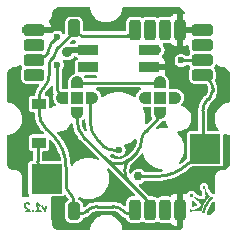
<source format=gbl>
G04 #@! TF.GenerationSoftware,KiCad,Pcbnew,(6.0.7-1)-1*
G04 #@! TF.CreationDate,2022-08-17T19:26:05+01:00*
G04 #@! TF.ProjectId,amoeba-king,616d6f65-6261-42d6-9b69-6e672e6b6963,rev?*
G04 #@! TF.SameCoordinates,Original*
G04 #@! TF.FileFunction,Copper,L2,Bot*
G04 #@! TF.FilePolarity,Positive*
%FSLAX46Y46*%
G04 Gerber Fmt 4.6, Leading zero omitted, Abs format (unit mm)*
G04 Created by KiCad (PCBNEW (6.0.7-1)-1) date 2022-08-17 19:26:05*
%MOMM*%
%LPD*%
G01*
G04 APERTURE LIST*
G04 Aperture macros list*
%AMRoundRect*
0 Rectangle with rounded corners*
0 $1 Rounding radius*
0 $2 $3 $4 $5 $6 $7 $8 $9 X,Y pos of 4 corners*
0 Add a 4 corners polygon primitive as box body*
4,1,4,$2,$3,$4,$5,$6,$7,$8,$9,$2,$3,0*
0 Add four circle primitives for the rounded corners*
1,1,$1+$1,$2,$3*
1,1,$1+$1,$4,$5*
1,1,$1+$1,$6,$7*
1,1,$1+$1,$8,$9*
0 Add four rect primitives between the rounded corners*
20,1,$1+$1,$2,$3,$4,$5,0*
20,1,$1+$1,$4,$5,$6,$7,0*
20,1,$1+$1,$6,$7,$8,$9,0*
20,1,$1+$1,$8,$9,$2,$3,0*%
%AMFreePoly0*
4,1,18,0.500000,-0.500000,0.000000,-0.500000,0.000000,-0.495033,-0.079941,-0.493568,-0.215256,-0.451293,-0.333266,-0.372738,-0.424486,-0.264219,-0.481581,-0.134460,-0.499963,0.006109,-0.478152,0.146186,-0.417904,0.274511,-0.324060,0.380769,-0.204165,0.456417,-0.067858,0.495374,0.000000,0.494959,0.000000,0.500000,0.500000,0.500000,0.500000,-0.500000,0.500000,-0.500000,$1*%
%AMFreePoly1*
4,1,19,0.000000,0.494959,0.073905,0.494508,0.209726,0.453889,0.328688,0.376782,0.421226,0.269385,0.479903,0.140333,0.500000,0.000000,0.499851,-0.012216,0.476331,-0.152017,0.414519,-0.279596,0.319384,-0.384700,0.198574,-0.458877,0.061801,-0.496166,0.000000,-0.495033,0.000000,-0.500000,-0.500000,-0.500000,-0.500000,0.500000,0.000000,0.500000,0.000000,0.494959,0.000000,0.494959,
$1*%
G04 Aperture macros list end*
%ADD10C,0.158750*%
G04 #@! TA.AperFunction,NonConductor*
%ADD11C,0.158750*%
G04 #@! TD*
G04 #@! TA.AperFunction,EtchedComponent*
%ADD12C,0.094155*%
G04 #@! TD*
G04 #@! TA.AperFunction,SMDPad,CuDef*
%ADD13R,2.550000X2.500000*%
G04 #@! TD*
G04 #@! TA.AperFunction,SMDPad,CuDef*
%ADD14RoundRect,0.250000X-0.250000X0.625000X-0.250000X-0.625000X0.250000X-0.625000X0.250000X0.625000X0*%
G04 #@! TD*
G04 #@! TA.AperFunction,ComponentPad*
%ADD15RoundRect,0.250000X-0.250000X0.250000X-0.250000X-0.250000X0.250000X-0.250000X0.250000X0.250000X0*%
G04 #@! TD*
G04 #@! TA.AperFunction,ComponentPad*
%ADD16RoundRect,0.250000X-0.250000X-0.250000X0.250000X-0.250000X0.250000X0.250000X-0.250000X0.250000X0*%
G04 #@! TD*
G04 #@! TA.AperFunction,SMDPad,CuDef*
%ADD17RoundRect,0.250000X-0.625000X-0.250000X0.625000X-0.250000X0.625000X0.250000X-0.625000X0.250000X0*%
G04 #@! TD*
G04 #@! TA.AperFunction,SMDPad,CuDef*
%ADD18FreePoly0,180.000000*%
G04 #@! TD*
G04 #@! TA.AperFunction,SMDPad,CuDef*
%ADD19R,1.000000X1.000000*%
G04 #@! TD*
G04 #@! TA.AperFunction,SMDPad,CuDef*
%ADD20FreePoly1,180.000000*%
G04 #@! TD*
G04 #@! TA.AperFunction,SMDPad,CuDef*
%ADD21FreePoly0,90.000000*%
G04 #@! TD*
G04 #@! TA.AperFunction,SMDPad,CuDef*
%ADD22FreePoly0,270.000000*%
G04 #@! TD*
G04 #@! TA.AperFunction,SMDPad,CuDef*
%ADD23RoundRect,0.250000X0.250000X-0.500000X0.250000X0.500000X-0.250000X0.500000X-0.250000X-0.500000X0*%
G04 #@! TD*
G04 #@! TA.AperFunction,ComponentPad*
%ADD24RoundRect,0.250000X0.250000X-0.250000X0.250000X0.250000X-0.250000X0.250000X-0.250000X-0.250000X0*%
G04 #@! TD*
G04 #@! TA.AperFunction,SMDPad,CuDef*
%ADD25RoundRect,0.250000X-0.250000X0.500000X-0.250000X-0.500000X0.250000X-0.500000X0.250000X0.500000X0*%
G04 #@! TD*
G04 #@! TA.AperFunction,SMDPad,CuDef*
%ADD26R,1.200000X0.900000*%
G04 #@! TD*
G04 #@! TA.AperFunction,SMDPad,CuDef*
%ADD27R,1.800000X0.820000*%
G04 #@! TD*
G04 #@! TA.AperFunction,ViaPad*
%ADD28C,0.600000*%
G04 #@! TD*
G04 #@! TA.AperFunction,ViaPad*
%ADD29C,0.889000*%
G04 #@! TD*
G04 #@! TA.AperFunction,ViaPad*
%ADD30C,0.762000*%
G04 #@! TD*
G04 #@! TA.AperFunction,Conductor*
%ADD31C,0.254000*%
G04 #@! TD*
G04 #@! TA.AperFunction,Conductor*
%ADD32C,0.508000*%
G04 #@! TD*
G04 APERTURE END LIST*
D10*
D11*
X69303843Y-176051028D02*
X69205569Y-176474361D01*
X69001462Y-176051028D01*
X68479855Y-176474361D02*
X68842712Y-176474361D01*
X68661283Y-176474361D02*
X68581908Y-175839361D01*
X68653724Y-175930076D01*
X68721759Y-175990552D01*
X68786015Y-176020790D01*
X68200152Y-176413885D02*
X68173694Y-176444123D01*
X68207712Y-176474361D01*
X68234170Y-176444123D01*
X68200152Y-176413885D01*
X68207712Y-176474361D01*
X67863754Y-175899838D02*
X67829736Y-175869600D01*
X67765480Y-175839361D01*
X67614289Y-175839361D01*
X67557593Y-175869600D01*
X67531134Y-175899838D01*
X67508456Y-175960314D01*
X67516015Y-176020790D01*
X67557593Y-176111504D01*
X67965807Y-176474361D01*
X67572712Y-176474361D01*
G36*
X82704714Y-174366818D02*
G01*
X82726299Y-174371681D01*
X82747067Y-174381022D01*
X82765520Y-174394326D01*
X82780472Y-174410557D01*
X82791767Y-174429097D01*
X82799246Y-174449319D01*
X82802751Y-174470608D01*
X82802126Y-174492340D01*
X82797212Y-174513895D01*
X82787854Y-174534652D01*
X82777654Y-174553145D01*
X82766461Y-174563914D01*
X82751791Y-174572308D01*
X82958213Y-174940314D01*
X82975843Y-174968227D01*
X82993373Y-174994814D01*
X83010793Y-175020087D01*
X83028089Y-175044061D01*
X83045253Y-175066750D01*
X83062273Y-175088168D01*
X83079138Y-175108330D01*
X83095838Y-175127251D01*
X83112364Y-175144944D01*
X83128701Y-175161424D01*
X83144841Y-175176705D01*
X83160773Y-175190802D01*
X83176486Y-175203728D01*
X83191969Y-175215498D01*
X83175507Y-175231091D01*
X83159015Y-175247082D01*
X83142503Y-175263464D01*
X83125979Y-175280234D01*
X83109451Y-175297388D01*
X83092929Y-175314922D01*
X83076421Y-175332831D01*
X83059938Y-175351111D01*
X83043485Y-175369758D01*
X83027073Y-175388768D01*
X83010711Y-175408136D01*
X82994408Y-175427858D01*
X82978172Y-175447930D01*
X82962012Y-175468346D01*
X82945936Y-175489104D01*
X82929955Y-175510200D01*
X82914075Y-175531628D01*
X82898308Y-175553384D01*
X82882660Y-175575464D01*
X82867141Y-175597865D01*
X82851760Y-175620581D01*
X82836526Y-175643608D01*
X82821446Y-175666942D01*
X82806532Y-175690579D01*
X82791790Y-175714514D01*
X82777230Y-175738745D01*
X82762860Y-175763265D01*
X82748691Y-175788070D01*
X82734729Y-175813157D01*
X82720471Y-175838485D01*
X82706562Y-175863773D01*
X82693002Y-175889020D01*
X82679791Y-175914219D01*
X82666924Y-175939365D01*
X82654404Y-175964453D01*
X82642228Y-175989476D01*
X82630394Y-176014432D01*
X82618904Y-176039313D01*
X82607755Y-176064115D01*
X82596945Y-176088834D01*
X82586475Y-176113463D01*
X82576343Y-176137997D01*
X82566546Y-176162431D01*
X82557086Y-176186759D01*
X82547962Y-176210978D01*
X82539171Y-176235082D01*
X82530713Y-176259064D01*
X82522586Y-176282920D01*
X82514789Y-176306646D01*
X82507323Y-176330235D01*
X82500185Y-176353682D01*
X82493373Y-176376983D01*
X82486889Y-176400131D01*
X82480730Y-176423123D01*
X82474894Y-176445952D01*
X82469383Y-176468613D01*
X82464194Y-176491102D01*
X82459325Y-176513413D01*
X82440832Y-176506452D01*
X82421472Y-176499708D01*
X82401200Y-176493241D01*
X82379963Y-176487110D01*
X82357714Y-176481374D01*
X82334403Y-176476093D01*
X82309983Y-176471327D01*
X82284404Y-176467133D01*
X82257615Y-176463573D01*
X82229569Y-176460706D01*
X82200218Y-176458590D01*
X82169511Y-176457285D01*
X82137399Y-176456851D01*
X82103834Y-176457347D01*
X81675846Y-176459672D01*
X81674679Y-176477664D01*
X81671309Y-176495727D01*
X81664328Y-176512693D01*
X81651032Y-176531177D01*
X81634821Y-176546209D01*
X81616314Y-176557617D01*
X81596125Y-176565225D01*
X81574871Y-176568860D01*
X81553169Y-176568348D01*
X81531636Y-176563515D01*
X81510887Y-176554186D01*
X81492415Y-176540870D01*
X81477411Y-176524609D01*
X81466046Y-176506029D01*
X81458485Y-176485759D01*
X81454897Y-176464423D01*
X81455450Y-176442649D01*
X81460313Y-176421065D01*
X81469653Y-176400297D01*
X81482957Y-176381843D01*
X81499189Y-176366891D01*
X81517728Y-176355597D01*
X81537952Y-176348118D01*
X81559240Y-176344612D01*
X81580971Y-176345238D01*
X81602527Y-176350151D01*
X81623283Y-176359510D01*
X81639692Y-176372166D01*
X81653535Y-176388695D01*
X81664723Y-176407528D01*
X81673170Y-176427099D01*
X81691346Y-176421767D01*
X81710664Y-176415997D01*
X81731034Y-176409792D01*
X81752366Y-176403157D01*
X81774573Y-176396096D01*
X81797563Y-176388616D01*
X81821248Y-176380718D01*
X81845538Y-176372409D01*
X81870345Y-176363694D01*
X81895578Y-176354575D01*
X81921148Y-176345059D01*
X81946966Y-176335150D01*
X81972942Y-176324853D01*
X81998987Y-176314172D01*
X82025011Y-176303111D01*
X82050925Y-176291676D01*
X82076641Y-176279870D01*
X82102068Y-176267700D01*
X82127116Y-176255170D01*
X82151697Y-176242281D01*
X82175721Y-176229043D01*
X82199099Y-176215458D01*
X82221740Y-176201529D01*
X82243557Y-176187263D01*
X82264460Y-176172664D01*
X82284359Y-176157737D01*
X82303164Y-176142486D01*
X82320786Y-176126916D01*
X82337137Y-176111031D01*
X82352126Y-176094836D01*
X82365663Y-176078336D01*
X82377660Y-176061534D01*
X82388029Y-176044437D01*
X82396677Y-176027048D01*
X82403517Y-176009373D01*
X82408459Y-175991415D01*
X82411414Y-175973179D01*
X82401421Y-175950293D01*
X82390761Y-175927706D01*
X82379455Y-175905415D01*
X82367527Y-175883415D01*
X82354999Y-175861706D01*
X82341891Y-175840280D01*
X82328226Y-175819138D01*
X82314028Y-175798276D01*
X82299317Y-175777690D01*
X82284116Y-175757378D01*
X82268447Y-175737334D01*
X82252333Y-175717559D01*
X82235795Y-175698047D01*
X82218855Y-175678795D01*
X82201537Y-175659801D01*
X82183861Y-175641061D01*
X82165850Y-175622571D01*
X82147526Y-175604330D01*
X82128912Y-175586333D01*
X82110029Y-175568578D01*
X82090900Y-175551061D01*
X82071547Y-175533779D01*
X82051992Y-175516729D01*
X82032257Y-175499908D01*
X82012364Y-175483313D01*
X81992336Y-175466941D01*
X81972195Y-175450787D01*
X81951962Y-175434849D01*
X81931659Y-175419124D01*
X81911311Y-175403609D01*
X81890937Y-175388302D01*
X81870561Y-175373197D01*
X81850205Y-175358292D01*
X81829890Y-175343585D01*
X81809638Y-175329071D01*
X81789473Y-175314748D01*
X81769416Y-175300613D01*
X81749490Y-175286662D01*
X81729716Y-175272892D01*
X81713992Y-175291859D01*
X81702220Y-175303486D01*
X81686399Y-175313222D01*
X81667293Y-175320614D01*
X81645665Y-175325209D01*
X81622278Y-175326549D01*
X81597895Y-175324183D01*
X81573281Y-175317655D01*
X81549197Y-175306509D01*
X81529703Y-175293050D01*
X81513086Y-175277077D01*
X81499452Y-175258996D01*
X81488903Y-175239216D01*
X81481547Y-175218145D01*
X81477487Y-175196191D01*
X81476827Y-175173761D01*
X81479674Y-175151264D01*
X81486131Y-175129107D01*
X81496304Y-175107700D01*
X81509757Y-175088187D01*
X81525716Y-175071516D01*
X81543776Y-175057803D01*
X81563530Y-175047159D01*
X81584573Y-175039698D01*
X81606500Y-175035533D01*
X81628904Y-175034778D01*
X81651379Y-175037546D01*
X81673521Y-175043949D01*
X81694924Y-175054102D01*
X81714523Y-175067699D01*
X81731057Y-175083842D01*
X81744454Y-175102113D01*
X81754645Y-175122099D01*
X81761558Y-175143383D01*
X81765121Y-175165551D01*
X81765267Y-175188186D01*
X81761923Y-175210875D01*
X81755019Y-175233201D01*
X81780417Y-175245007D01*
X81806119Y-175256889D01*
X81832093Y-175268812D01*
X81858309Y-175280749D01*
X81884734Y-175292669D01*
X81911338Y-175304540D01*
X81938088Y-175316332D01*
X81964955Y-175328014D01*
X81991906Y-175339556D01*
X82018911Y-175350926D01*
X82045936Y-175362095D01*
X82072953Y-175373032D01*
X82099929Y-175383706D01*
X82126832Y-175394085D01*
X82153633Y-175404141D01*
X82180298Y-175413841D01*
X82206798Y-175423156D01*
X82233100Y-175432055D01*
X82259173Y-175440506D01*
X82284987Y-175448480D01*
X82310508Y-175455945D01*
X82335708Y-175462872D01*
X82360554Y-175469228D01*
X82385013Y-175474985D01*
X82409056Y-175480110D01*
X82432653Y-175484575D01*
X82455769Y-175488346D01*
X82478374Y-175491394D01*
X82500438Y-175493689D01*
X82521929Y-175495200D01*
X82542815Y-175495896D01*
X82563065Y-175495746D01*
X82582647Y-175494720D01*
X82601532Y-175492788D01*
X82619687Y-175489918D01*
X82637080Y-175486079D01*
X82653681Y-175481242D01*
X82669458Y-175475374D01*
X82684381Y-175468447D01*
X82698416Y-175460429D01*
X82711534Y-175451289D01*
X82725326Y-175439606D01*
X82737890Y-175426366D01*
X82749268Y-175411649D01*
X82759499Y-175395531D01*
X82768624Y-175378090D01*
X82776685Y-175359404D01*
X82783720Y-175339550D01*
X82789771Y-175318605D01*
X82794878Y-175296646D01*
X82799081Y-175273752D01*
X82802421Y-175249999D01*
X82804939Y-175225465D01*
X82806674Y-175200228D01*
X82807668Y-175174365D01*
X82807961Y-175147953D01*
X82807592Y-175121071D01*
X82806604Y-175093795D01*
X82805035Y-175066203D01*
X82802927Y-175038372D01*
X82800320Y-175010379D01*
X82797254Y-174982304D01*
X82793771Y-174954222D01*
X82789910Y-174926212D01*
X82785711Y-174898350D01*
X82781216Y-174870713D01*
X82776465Y-174843381D01*
X82771497Y-174816429D01*
X82766354Y-174789937D01*
X82761076Y-174763980D01*
X82755704Y-174738637D01*
X82750279Y-174713984D01*
X82744839Y-174690100D01*
X82739426Y-174667062D01*
X82734081Y-174644947D01*
X82728843Y-174623833D01*
X82723753Y-174603797D01*
X82718853Y-174584918D01*
X82697827Y-174588695D01*
X82676401Y-174588778D01*
X82655156Y-174584625D01*
X82634671Y-174575697D01*
X82616187Y-174562401D01*
X82601154Y-174546190D01*
X82589746Y-174527682D01*
X82582139Y-174507494D01*
X82578504Y-174486240D01*
X82579016Y-174464538D01*
X82583849Y-174443005D01*
X82593178Y-174422255D01*
X82606493Y-174403784D01*
X82622755Y-174388780D01*
X82641334Y-174377414D01*
X82661606Y-174369853D01*
X82682940Y-174366266D01*
X82704714Y-174366818D01*
G37*
G36*
X83271977Y-175293494D02*
G01*
X83288950Y-175310041D01*
X83306147Y-175324932D01*
X83323941Y-175338626D01*
X83342705Y-175351588D01*
X83326687Y-175366917D01*
X83310631Y-175382638D01*
X83294544Y-175398744D01*
X83278436Y-175415235D01*
X83262313Y-175432107D01*
X83246185Y-175449354D01*
X83230060Y-175466977D01*
X83213947Y-175484970D01*
X83197853Y-175503328D01*
X83181788Y-175522052D01*
X83165759Y-175541137D01*
X83149775Y-175560578D01*
X83133845Y-175580374D01*
X83117976Y-175600520D01*
X83102178Y-175621013D01*
X83086459Y-175641852D01*
X83070826Y-175663031D01*
X83055288Y-175684546D01*
X83039855Y-175706397D01*
X83024533Y-175728579D01*
X83009332Y-175751088D01*
X82994261Y-175773923D01*
X82979326Y-175797078D01*
X82964538Y-175820550D01*
X82949903Y-175844338D01*
X82935431Y-175868438D01*
X82921130Y-175892844D01*
X82907009Y-175917556D01*
X82893146Y-175942405D01*
X82879620Y-175967222D01*
X82866431Y-175992002D01*
X82853578Y-176016740D01*
X82841063Y-176041427D01*
X82828884Y-176066058D01*
X82817042Y-176090628D01*
X82805537Y-176115130D01*
X82794370Y-176139557D01*
X82783541Y-176163905D01*
X82773049Y-176188165D01*
X82762895Y-176212333D01*
X82753079Y-176236402D01*
X82743602Y-176260365D01*
X82734463Y-176284219D01*
X82725661Y-176307953D01*
X82717199Y-176331565D01*
X82709076Y-176355047D01*
X82701292Y-176378393D01*
X82693847Y-176401597D01*
X82686742Y-176424654D01*
X82679975Y-176447556D01*
X82673548Y-176470297D01*
X82667461Y-176492872D01*
X82661714Y-176515274D01*
X82656307Y-176537496D01*
X82651241Y-176559535D01*
X82646514Y-176581382D01*
X82627393Y-176572547D01*
X82607184Y-176564974D01*
X82585838Y-176558425D01*
X82563309Y-176552663D01*
X82539548Y-176547451D01*
X82543466Y-176525868D01*
X82547769Y-176504058D01*
X82552454Y-176482025D01*
X82557518Y-176459778D01*
X82562958Y-176437325D01*
X82568773Y-176414671D01*
X82574960Y-176391826D01*
X82581516Y-176368796D01*
X82588438Y-176345589D01*
X82595724Y-176322213D01*
X82603372Y-176298674D01*
X82611380Y-176274980D01*
X82619743Y-176251139D01*
X82628460Y-176227158D01*
X82637530Y-176203043D01*
X82646948Y-176178803D01*
X82656713Y-176154445D01*
X82666821Y-176129977D01*
X82677270Y-176105405D01*
X82688059Y-176080738D01*
X82699183Y-176055982D01*
X82710643Y-176031145D01*
X82722433Y-176006235D01*
X82734550Y-175981259D01*
X82746995Y-175956223D01*
X82759764Y-175931136D01*
X82772854Y-175906005D01*
X82786263Y-175880838D01*
X82799987Y-175855641D01*
X82814060Y-175831090D01*
X82828294Y-175806791D01*
X82842686Y-175782752D01*
X82857230Y-175758982D01*
X82871921Y-175735486D01*
X82886752Y-175712274D01*
X82901720Y-175689354D01*
X82916819Y-175666732D01*
X82932043Y-175644419D01*
X82947388Y-175622420D01*
X82962848Y-175600745D01*
X82978418Y-175579401D01*
X82994093Y-175558395D01*
X83009867Y-175537736D01*
X83025736Y-175517431D01*
X83041693Y-175497490D01*
X83057734Y-175477918D01*
X83073854Y-175458725D01*
X83090047Y-175439918D01*
X83106308Y-175421506D01*
X83122631Y-175403494D01*
X83139013Y-175385893D01*
X83155447Y-175368710D01*
X83171928Y-175351952D01*
X83188450Y-175335629D01*
X83205009Y-175319746D01*
X83221601Y-175304312D01*
X83238217Y-175289336D01*
X83254856Y-175274825D01*
X83271977Y-175293494D01*
G37*
D12*
X83271977Y-175293494D02*
X83288950Y-175310041D01*
X83306147Y-175324932D01*
X83323941Y-175338626D01*
X83342705Y-175351588D01*
X83326687Y-175366917D01*
X83310631Y-175382638D01*
X83294544Y-175398744D01*
X83278436Y-175415235D01*
X83262313Y-175432107D01*
X83246185Y-175449354D01*
X83230060Y-175466977D01*
X83213947Y-175484970D01*
X83197853Y-175503328D01*
X83181788Y-175522052D01*
X83165759Y-175541137D01*
X83149775Y-175560578D01*
X83133845Y-175580374D01*
X83117976Y-175600520D01*
X83102178Y-175621013D01*
X83086459Y-175641852D01*
X83070826Y-175663031D01*
X83055288Y-175684546D01*
X83039855Y-175706397D01*
X83024533Y-175728579D01*
X83009332Y-175751088D01*
X82994261Y-175773923D01*
X82979326Y-175797078D01*
X82964538Y-175820550D01*
X82949903Y-175844338D01*
X82935431Y-175868438D01*
X82921130Y-175892844D01*
X82907009Y-175917556D01*
X82893146Y-175942405D01*
X82879620Y-175967222D01*
X82866431Y-175992002D01*
X82853578Y-176016740D01*
X82841063Y-176041427D01*
X82828884Y-176066058D01*
X82817042Y-176090628D01*
X82805537Y-176115130D01*
X82794370Y-176139557D01*
X82783541Y-176163905D01*
X82773049Y-176188165D01*
X82762895Y-176212333D01*
X82753079Y-176236402D01*
X82743602Y-176260365D01*
X82734463Y-176284219D01*
X82725661Y-176307953D01*
X82717199Y-176331565D01*
X82709076Y-176355047D01*
X82701292Y-176378393D01*
X82693847Y-176401597D01*
X82686742Y-176424654D01*
X82679975Y-176447556D01*
X82673548Y-176470297D01*
X82667461Y-176492872D01*
X82661714Y-176515274D01*
X82656307Y-176537496D01*
X82651241Y-176559535D01*
X82646514Y-176581382D01*
X82627393Y-176572547D01*
X82607184Y-176564974D01*
X82585838Y-176558425D01*
X82563309Y-176552663D01*
X82539548Y-176547451D01*
X82543466Y-176525868D01*
X82547769Y-176504058D01*
X82552454Y-176482025D01*
X82557518Y-176459778D01*
X82562958Y-176437325D01*
X82568773Y-176414671D01*
X82574960Y-176391826D01*
X82581516Y-176368796D01*
X82588438Y-176345589D01*
X82595724Y-176322213D01*
X82603372Y-176298674D01*
X82611380Y-176274980D01*
X82619743Y-176251139D01*
X82628460Y-176227158D01*
X82637530Y-176203043D01*
X82646948Y-176178803D01*
X82656713Y-176154445D01*
X82666821Y-176129977D01*
X82677270Y-176105405D01*
X82688059Y-176080738D01*
X82699183Y-176055982D01*
X82710643Y-176031145D01*
X82722433Y-176006235D01*
X82734550Y-175981259D01*
X82746995Y-175956223D01*
X82759764Y-175931136D01*
X82772854Y-175906005D01*
X82786263Y-175880838D01*
X82799987Y-175855641D01*
X82814060Y-175831090D01*
X82828294Y-175806791D01*
X82842686Y-175782752D01*
X82857230Y-175758982D01*
X82871921Y-175735486D01*
X82886752Y-175712274D01*
X82901720Y-175689354D01*
X82916819Y-175666732D01*
X82932043Y-175644419D01*
X82947388Y-175622420D01*
X82962848Y-175600745D01*
X82978418Y-175579401D01*
X82994093Y-175558395D01*
X83009867Y-175537736D01*
X83025736Y-175517431D01*
X83041693Y-175497490D01*
X83057734Y-175477918D01*
X83073854Y-175458725D01*
X83090047Y-175439918D01*
X83106308Y-175421506D01*
X83122631Y-175403494D01*
X83139013Y-175385893D01*
X83155447Y-175368710D01*
X83171928Y-175351952D01*
X83188450Y-175335629D01*
X83205009Y-175319746D01*
X83221601Y-175304312D01*
X83238217Y-175289336D01*
X83254856Y-175274825D01*
X83271977Y-175293494D01*
D13*
X82798000Y-171196000D03*
X69348000Y-173736000D03*
D14*
X76835000Y-161157000D03*
D15*
X76835000Y-160782000D03*
D14*
X78105000Y-161157000D03*
D15*
X78105000Y-160782000D03*
D14*
X79375000Y-161157000D03*
D15*
X79375000Y-160782000D03*
X80645000Y-160782000D03*
D14*
X80645000Y-161157000D03*
D16*
X67945000Y-164973000D03*
D17*
X68320000Y-164973000D03*
X68320000Y-163703000D03*
D16*
X67945000Y-163703000D03*
X67945000Y-162433000D03*
D17*
X68320000Y-162433000D03*
X68320000Y-161163000D03*
D16*
X67945000Y-161163000D03*
D18*
X73227400Y-166878000D03*
D19*
X71947400Y-166878000D03*
D20*
X70667400Y-166878000D03*
D21*
X71947400Y-168158000D03*
D22*
X71947400Y-165598000D03*
D23*
X71678800Y-176508600D03*
D24*
X71678800Y-176758600D03*
D15*
X71678800Y-160782000D03*
D25*
X71678800Y-161032000D03*
D18*
X80223200Y-166878000D03*
D19*
X78943200Y-166878000D03*
D20*
X77663200Y-166878000D03*
D21*
X78943200Y-168158000D03*
D22*
X78943200Y-165598000D03*
D16*
X82905600Y-164973000D03*
D17*
X82530600Y-164973000D03*
X82530600Y-163703000D03*
D16*
X82905600Y-163703000D03*
D17*
X82530600Y-162433000D03*
D16*
X82905600Y-162433000D03*
D17*
X82530600Y-161163000D03*
D16*
X82905600Y-161163000D03*
D26*
X68719700Y-167411400D03*
X68719700Y-170711400D03*
D14*
X76835000Y-176383600D03*
D15*
X76835000Y-176758600D03*
D14*
X78105000Y-176383600D03*
D15*
X78105000Y-176758600D03*
X79375000Y-176758600D03*
D14*
X79375000Y-176383600D03*
D15*
X80645000Y-176758600D03*
D14*
X80645000Y-176383600D03*
D27*
X72888000Y-162826000D03*
X72888000Y-164326000D03*
X77988000Y-164326000D03*
X77988000Y-162826000D03*
D28*
X78943200Y-166878000D03*
X78785500Y-162839400D03*
X80213200Y-166878000D03*
X75483081Y-171318856D03*
X80747222Y-163733078D03*
X73193773Y-166880716D03*
X71947400Y-166878000D03*
X72339200Y-164338000D03*
D29*
X82575400Y-166274750D03*
D30*
X77117400Y-173558000D03*
D28*
X70253460Y-161744260D03*
X77787500Y-166878000D03*
X70256500Y-164084000D03*
D29*
X71094802Y-163032726D03*
D28*
X78917800Y-165608000D03*
D31*
X73753178Y-170590678D02*
X74127192Y-170964692D01*
X75483081Y-171318856D02*
X74982218Y-171318856D01*
X80777300Y-163703000D02*
X82905600Y-163703000D01*
X73025000Y-168832700D02*
X73025000Y-167223518D01*
X73126200Y-166979200D02*
X73227400Y-166878000D01*
X73126195Y-166979195D02*
G75*
G03*
X73025000Y-167223518I244305J-244305D01*
G01*
X74982218Y-171318852D02*
G75*
G02*
X74127192Y-170964692I-18J1209152D01*
G01*
X73753169Y-170590687D02*
G75*
G02*
X73025000Y-168832700I1758031J1757987D01*
G01*
X72876000Y-164338000D02*
X72888000Y-164326000D01*
X71855045Y-161458245D02*
X71678800Y-161282000D01*
X71678800Y-161031647D02*
X71678800Y-160782000D01*
X68719700Y-167517775D02*
X68719700Y-167772824D01*
X76658755Y-161458245D02*
X76835000Y-161282000D01*
X69065439Y-166087760D02*
X69147849Y-166005349D01*
X68719700Y-167772824D02*
X68719700Y-167868468D01*
X68719700Y-168059754D02*
X68719700Y-167995992D01*
X70276162Y-162683931D02*
X71502272Y-161457821D01*
X68719700Y-167517775D02*
X68719700Y-166922450D01*
X75855162Y-176502662D02*
X75787250Y-176434750D01*
X69982637Y-163392562D02*
X69852699Y-163522499D01*
X69576000Y-164971704D02*
X69576000Y-164190512D01*
X72828149Y-176434749D02*
X72796158Y-176466741D01*
X71678800Y-176345850D02*
X71678800Y-175817805D01*
X68719700Y-167932230D02*
X68719700Y-167995992D01*
X76473050Y-176758600D02*
X76835000Y-176758600D01*
X73609993Y-176110900D02*
X75005406Y-176110900D01*
X68719700Y-168123517D02*
X68719700Y-168155399D01*
X68719700Y-168059754D02*
X68719700Y-168123517D01*
X71004000Y-172798942D02*
X71004000Y-174188694D01*
X68719700Y-167868468D02*
X68719700Y-167932230D01*
X69861850Y-170041548D02*
X69245786Y-169425484D01*
X76233261Y-161634490D02*
X72280538Y-161634490D01*
X71678800Y-176345850D02*
G75*
G03*
X72091550Y-176758600I412700J-50D01*
G01*
X75855192Y-176502632D02*
G75*
G03*
X76473050Y-176758600I617908J617832D01*
G01*
X68719726Y-166922450D02*
G75*
G02*
X69065439Y-166087760I1180374J50D01*
G01*
X70129425Y-163038247D02*
G75*
G02*
X69982636Y-163392561I-501125J47D01*
G01*
X71678800Y-176345850D02*
G75*
G03*
X72091550Y-176758600I412700J-50D01*
G01*
X71678800Y-176345850D02*
G75*
G02*
X71678800Y-176345850I0J0D01*
G01*
X71678832Y-161031647D02*
G75*
G02*
X71502271Y-161457820I-602732J47D01*
G01*
X69147849Y-166005349D02*
G75*
G03*
X69576000Y-164971704I-1033649J1033649D01*
G01*
X71004017Y-174188694D02*
G75*
G03*
X71341400Y-175003250I1151983J-6D01*
G01*
X69861883Y-170041515D02*
G75*
G02*
X71004000Y-172798942I-2757483J-2757385D01*
G01*
X70129440Y-163038247D02*
G75*
G02*
X70276163Y-162683932I501060J47D01*
G01*
X76658785Y-161458275D02*
G75*
G02*
X76233261Y-161634490I-425485J425575D01*
G01*
X72796140Y-176466723D02*
G75*
G02*
X72091550Y-176758600I-704640J704623D01*
G01*
X72280538Y-161634477D02*
G75*
G02*
X71855045Y-161458245I-38J601677D01*
G01*
X68719709Y-168155399D02*
G75*
G03*
X69245786Y-169425484I1796191J-1D01*
G01*
X73609993Y-176110896D02*
G75*
G03*
X72828149Y-176434749I7J-1105704D01*
G01*
X69852696Y-163522496D02*
G75*
G03*
X69576000Y-164190512I668004J-668004D01*
G01*
X75005406Y-176110898D02*
G75*
G02*
X75787249Y-176434751I-6J-1105702D01*
G01*
X71678783Y-175817805D02*
G75*
G03*
X71341400Y-175003250I-1151983J5D01*
G01*
D32*
X80645019Y-161051407D02*
G75*
G02*
X80835500Y-160972500I111581J7D01*
G01*
D31*
X82689875Y-171087875D02*
X82798000Y-171196000D01*
X81347755Y-172453014D02*
X81802036Y-171998732D01*
X82991325Y-167026259D02*
X83207097Y-166810486D01*
X83153250Y-165470650D02*
X82993988Y-165311388D01*
X78680085Y-173558000D02*
X77117400Y-173558000D01*
X82581750Y-170826838D02*
X82581750Y-168015060D01*
X82905600Y-165098000D02*
X82905600Y-164973000D01*
X83400900Y-166068529D02*
X83400900Y-166342606D01*
X82993983Y-165311393D02*
G75*
G02*
X82905600Y-165098000I213417J213393D01*
G01*
X83400887Y-166068529D02*
G75*
G03*
X83153250Y-165470650I-845487J29D01*
G01*
X82581715Y-168015060D02*
G75*
G02*
X82991325Y-167026259I1398385J-40D01*
G01*
X78680085Y-173557975D02*
G75*
G03*
X81347755Y-172453014I15J3772675D01*
G01*
X82581720Y-170826838D02*
G75*
G03*
X82689875Y-171087875I369180J38D01*
G01*
X83400898Y-166342606D02*
G75*
G02*
X83207097Y-166810486I-661698J6D01*
G01*
X68592700Y-172275450D02*
X68592700Y-172287522D01*
X68592700Y-172046092D02*
X68592700Y-172142664D01*
X68592700Y-170821731D02*
X68592700Y-170762200D01*
X69348000Y-173656450D02*
X69348000Y-173736000D01*
X68592700Y-171524861D02*
X68592700Y-171297981D01*
X68592700Y-172251307D02*
X68592700Y-172227164D01*
X68592700Y-170821731D02*
X68592700Y-170940793D01*
X68592700Y-171904539D02*
X68592700Y-172046092D01*
X68592700Y-172251307D02*
X68592700Y-172275450D01*
X68592700Y-171059855D02*
X68592700Y-171178918D01*
X68592700Y-171524861D02*
X68592700Y-171904539D01*
X68592700Y-171059855D02*
X68592700Y-170940793D01*
X68592700Y-172203021D02*
X68592700Y-172227164D01*
X68592700Y-172142664D02*
X68592700Y-172178878D01*
X68592700Y-172178878D02*
X68592700Y-172203021D01*
X68592700Y-171178918D02*
X68592700Y-171297981D01*
X69291749Y-173520649D02*
X68970350Y-173199250D01*
X69291734Y-173520664D02*
G75*
G02*
X69348000Y-173656450I-135834J-135836D01*
G01*
X68970357Y-173199243D02*
G75*
G02*
X68592700Y-172287522I911743J911743D01*
G01*
X70256500Y-166176549D02*
X70256500Y-164084000D01*
X70461950Y-166672550D02*
X70667400Y-166878000D01*
X70637400Y-166852600D02*
X70637400Y-166878000D01*
X70655360Y-166809239D02*
X70916799Y-166547801D01*
X69125797Y-163394570D02*
X69436615Y-163083753D01*
X70253460Y-161744260D02*
X69806184Y-162191535D01*
X68381184Y-163703000D02*
X67945000Y-163703000D01*
X69436595Y-163083733D02*
G75*
G03*
X69621400Y-162637644I-446095J446133D01*
G01*
X70461935Y-166672565D02*
G75*
G02*
X70256500Y-166176549I495965J495965D01*
G01*
X69621433Y-162637644D02*
G75*
G02*
X69806184Y-162191535I630867J44D01*
G01*
X69125797Y-163394570D02*
G75*
G02*
X68381184Y-163703000I-744597J744570D01*
G01*
X70655365Y-166809244D02*
G75*
G03*
X70637400Y-166852600I43335J-43356D01*
G01*
X76379304Y-174081486D02*
X77768622Y-175470804D01*
X77011788Y-171465611D02*
X76379304Y-172098096D01*
X78815850Y-168645549D02*
X77730209Y-169731190D01*
X78996300Y-168158000D02*
X79042328Y-168158000D01*
X74395914Y-172098096D02*
X72474753Y-170176935D01*
X79054400Y-168153000D02*
X79059400Y-168148000D01*
X78943200Y-168338100D02*
X78943200Y-168211100D01*
X78105000Y-176282891D02*
X78105000Y-176758600D01*
X71947400Y-168903791D02*
X71947400Y-168158000D01*
X74395914Y-172098096D02*
X76379304Y-174081486D01*
X76379303Y-172098095D02*
G75*
G02*
X74395915Y-172098095I-991694J991696D01*
G01*
X79042328Y-168158011D02*
G75*
G03*
X79054399Y-168152999I-28J17111D01*
G01*
X77370994Y-170598401D02*
G75*
G02*
X77730210Y-169731191I1226406J1D01*
G01*
X77768625Y-175470801D02*
G75*
G02*
X78105000Y-176282891I-812125J-812099D01*
G01*
X72474748Y-170176940D02*
G75*
G02*
X71947400Y-168903791I1273152J1273140D01*
G01*
X76379295Y-174081495D02*
G75*
G02*
X76379304Y-172098096I991705J991695D01*
G01*
X77011784Y-171465607D02*
G75*
G03*
X77370999Y-170598401I-867184J867207D01*
G01*
X78943199Y-168338100D02*
G75*
G02*
X78815850Y-168645549I-434799J0D01*
G01*
X78943200Y-168211100D02*
G75*
G02*
X78996300Y-168158000I53100J0D01*
G01*
D32*
X71191465Y-162936063D02*
X71094802Y-163032726D01*
X71424830Y-162839400D02*
X72874600Y-162839400D01*
X71191456Y-162936054D02*
G75*
G02*
X71424830Y-162839400I233344J-233346D01*
G01*
D31*
X71965100Y-165615700D02*
X71947400Y-165598000D01*
X72007831Y-165633400D02*
X78892400Y-165633400D01*
X71965091Y-165615709D02*
G75*
G03*
X72007831Y-165633400I42709J42709D01*
G01*
G04 #@! TA.AperFunction,Conductor*
G36*
X84466267Y-169934663D02*
G01*
X84512722Y-169955040D01*
X84512730Y-169955043D01*
X84516474Y-169956685D01*
X84520436Y-169957688D01*
X84520435Y-169957688D01*
X84718517Y-170007849D01*
X84736650Y-170012441D01*
X84740727Y-170012779D01*
X84740728Y-170012779D01*
X84750995Y-170013630D01*
X84771676Y-170015343D01*
X84828105Y-170038991D01*
X84859859Y-170091291D01*
X84862500Y-170114005D01*
X84862500Y-172434403D01*
X84862174Y-172436461D01*
X84862174Y-172451088D01*
X84857328Y-172466000D01*
X84859877Y-172473846D01*
X84858677Y-172477538D01*
X84861168Y-172477819D01*
X84854643Y-172535736D01*
X84850348Y-172573853D01*
X84845414Y-172595467D01*
X84813251Y-172687383D01*
X84803633Y-172707356D01*
X84751825Y-172789808D01*
X84738003Y-172807141D01*
X84669141Y-172876003D01*
X84651808Y-172889825D01*
X84645226Y-172893960D01*
X84569356Y-172941633D01*
X84549383Y-172951251D01*
X84457467Y-172983414D01*
X84435854Y-172988348D01*
X84339819Y-172999168D01*
X84339667Y-172997818D01*
X84337264Y-172998338D01*
X84328000Y-172995328D01*
X84320875Y-172997643D01*
X84183817Y-173011142D01*
X84179165Y-173012553D01*
X84179161Y-173012554D01*
X84049831Y-173051786D01*
X84049828Y-173051787D01*
X84045174Y-173053199D01*
X83917401Y-173121495D01*
X83805406Y-173213406D01*
X83713495Y-173325401D01*
X83645199Y-173453174D01*
X83643787Y-173457828D01*
X83643786Y-173457831D01*
X83614403Y-173554695D01*
X83603142Y-173591817D01*
X83589643Y-173728877D01*
X83587328Y-173736000D01*
X83592175Y-173750916D01*
X83592174Y-173765539D01*
X83592500Y-173767597D01*
X83592500Y-174948416D01*
X83573593Y-175006607D01*
X83524093Y-175042571D01*
X83462907Y-175042571D01*
X83439163Y-175028317D01*
X83437991Y-175030094D01*
X83430360Y-175025061D01*
X83423780Y-175018716D01*
X83415356Y-175015165D01*
X83411353Y-175012525D01*
X83402766Y-175007589D01*
X83398468Y-175005458D01*
X83391159Y-174999964D01*
X83367051Y-174993130D01*
X83360793Y-174991356D01*
X83349339Y-174987335D01*
X83320257Y-174975076D01*
X83320885Y-174973587D01*
X83276793Y-174947676D01*
X83276678Y-174947545D01*
X83273026Y-174943407D01*
X83271323Y-174941424D01*
X83260338Y-174928292D01*
X83258763Y-174926361D01*
X83247138Y-174911731D01*
X83245697Y-174909872D01*
X83233453Y-174893688D01*
X83232117Y-174891880D01*
X83229524Y-174888285D01*
X83219410Y-174874266D01*
X83218188Y-174872534D01*
X83216945Y-174870730D01*
X83204966Y-174853351D01*
X83203838Y-174851678D01*
X83201609Y-174848297D01*
X83190216Y-174831018D01*
X83189175Y-174829404D01*
X83178308Y-174812198D01*
X83175667Y-174807765D01*
X83063275Y-174607392D01*
X83057780Y-174579868D01*
X83050695Y-174563156D01*
X83051684Y-174549326D01*
X83051297Y-174547390D01*
X83052189Y-174542262D01*
X83052333Y-174540248D01*
X83054111Y-174532557D01*
X83055432Y-174529645D01*
X83055541Y-174526373D01*
X83056575Y-174521899D01*
X83055998Y-174518447D01*
X83056536Y-174499103D01*
X83057124Y-174478674D01*
X83057643Y-174463046D01*
X83058540Y-174459295D01*
X83057900Y-174455278D01*
X83057943Y-174453998D01*
X83057850Y-174453432D01*
X83057866Y-174452868D01*
X83057828Y-174452645D01*
X83057935Y-174448809D01*
X83056579Y-174445259D01*
X83053827Y-174428995D01*
X83053785Y-174428740D01*
X83050472Y-174408613D01*
X83050430Y-174408355D01*
X83048000Y-174393094D01*
X83048164Y-174389172D01*
X83046767Y-174385356D01*
X83046639Y-174384549D01*
X83046404Y-174383912D01*
X83046293Y-174383241D01*
X83045918Y-174382244D01*
X83045241Y-174378240D01*
X83043177Y-174374949D01*
X83041353Y-174370095D01*
X83037733Y-174360467D01*
X83037661Y-174360275D01*
X83030686Y-174341414D01*
X83024671Y-174324978D01*
X83024074Y-174321164D01*
X83021849Y-174317520D01*
X83021770Y-174317305D01*
X83021101Y-174316215D01*
X83019664Y-174312392D01*
X83017017Y-174309564D01*
X83012702Y-174302535D01*
X82997825Y-174278163D01*
X82987486Y-174261194D01*
X82986271Y-174257936D01*
X82983484Y-174254943D01*
X82982170Y-174252803D01*
X82980079Y-174251286D01*
X82954630Y-174223957D01*
X82954294Y-174223593D01*
X82943969Y-174212365D01*
X82943965Y-174212362D01*
X82937036Y-174204827D01*
X82935967Y-174203118D01*
X82934511Y-174202080D01*
X82933541Y-174201026D01*
X82932076Y-174200346D01*
X82905219Y-174181213D01*
X82904560Y-174180738D01*
X82876410Y-174160211D01*
X82875862Y-174159634D01*
X82875241Y-174159358D01*
X82874562Y-174158863D01*
X82873604Y-174158631D01*
X82867070Y-174155729D01*
X82867068Y-174155728D01*
X82842582Y-174144854D01*
X82841646Y-174144432D01*
X82821057Y-174135031D01*
X82821055Y-174135030D01*
X82811393Y-174130619D01*
X82810059Y-174129678D01*
X82808623Y-174129354D01*
X82806719Y-174128485D01*
X82804427Y-174128403D01*
X82782887Y-174123551D01*
X82743607Y-174114506D01*
X82741116Y-174113386D01*
X82738391Y-174113305D01*
X82734075Y-174112311D01*
X82730620Y-174112891D01*
X82724935Y-174112747D01*
X82713372Y-174112455D01*
X82713366Y-174112455D01*
X82690046Y-174111864D01*
X82689608Y-174111852D01*
X82681445Y-174111609D01*
X82681444Y-174111609D01*
X82674558Y-174111404D01*
X82670868Y-174110532D01*
X82666896Y-174111176D01*
X82665461Y-174111133D01*
X82664905Y-174111227D01*
X82664331Y-174111212D01*
X82664306Y-174111216D01*
X82660531Y-174111121D01*
X82657011Y-174112476D01*
X82640003Y-174115413D01*
X82620367Y-174118715D01*
X82620090Y-174118760D01*
X82604756Y-174121245D01*
X82600934Y-174121092D01*
X82597185Y-174122472D01*
X82596154Y-174122639D01*
X82595439Y-174122906D01*
X82594688Y-174123032D01*
X82593690Y-174123411D01*
X82589747Y-174124092D01*
X82586513Y-174126137D01*
X82583558Y-174127259D01*
X82572160Y-174131587D01*
X82571608Y-174131794D01*
X82552999Y-174138734D01*
X82552605Y-174138880D01*
X82543795Y-174142123D01*
X82543793Y-174142124D01*
X82536901Y-174144661D01*
X82533172Y-174145248D01*
X82529945Y-174147221D01*
X82529905Y-174147236D01*
X82529434Y-174147524D01*
X82528909Y-174147720D01*
X82527685Y-174148476D01*
X82523930Y-174149902D01*
X82521176Y-174152497D01*
X82518575Y-174154104D01*
X82518574Y-174154104D01*
X82508063Y-174160597D01*
X82507826Y-174160743D01*
X82489112Y-174172191D01*
X82473365Y-174181820D01*
X82470088Y-174183043D01*
X82466861Y-174186049D01*
X82464516Y-174187497D01*
X82462902Y-174189736D01*
X82459811Y-174192614D01*
X82459810Y-174192615D01*
X82433622Y-174217004D01*
X82433329Y-174217276D01*
X82417196Y-174232161D01*
X82415245Y-174233382D01*
X82414016Y-174235108D01*
X82412941Y-174236100D01*
X82412261Y-174237571D01*
X82408947Y-174242224D01*
X82392874Y-174264793D01*
X82392274Y-174265626D01*
X82372395Y-174292933D01*
X82371681Y-174293613D01*
X82371340Y-174294382D01*
X82370945Y-174294925D01*
X82370761Y-174295690D01*
X82359473Y-174321164D01*
X82356746Y-174327318D01*
X82356294Y-174328322D01*
X82347076Y-174348514D01*
X82347075Y-174348517D01*
X82342605Y-174358309D01*
X82341691Y-174359610D01*
X82341383Y-174360986D01*
X82340637Y-174362621D01*
X82340565Y-174364647D01*
X82339347Y-174370095D01*
X82338551Y-174373657D01*
X82335083Y-174389172D01*
X82335064Y-174389255D01*
X82334933Y-174389834D01*
X82326518Y-174426405D01*
X82325461Y-174428774D01*
X82325393Y-174431293D01*
X82324478Y-174435270D01*
X82325055Y-174438701D01*
X82324603Y-174457842D01*
X82324601Y-174457924D01*
X82324309Y-174469893D01*
X82323888Y-174487105D01*
X82323666Y-174495334D01*
X82322789Y-174499103D01*
X82323456Y-174503134D01*
X82323421Y-174504435D01*
X82323459Y-174504659D01*
X82323355Y-174508927D01*
X82324747Y-174512534D01*
X82327715Y-174529546D01*
X82331158Y-174549674D01*
X82333703Y-174565058D01*
X82333561Y-174568941D01*
X82334976Y-174572745D01*
X82335146Y-174573775D01*
X82335390Y-174574423D01*
X82335507Y-174575106D01*
X82335798Y-174575867D01*
X82336495Y-174579859D01*
X82338594Y-174583167D01*
X82339740Y-174586159D01*
X82339740Y-174586160D01*
X82344137Y-174597642D01*
X82344325Y-174598136D01*
X82351290Y-174616618D01*
X82351442Y-174617025D01*
X82354717Y-174625832D01*
X82354719Y-174625835D01*
X82357250Y-174632642D01*
X82357849Y-174636388D01*
X82359857Y-174639653D01*
X82359942Y-174639882D01*
X82360235Y-174640357D01*
X82360431Y-174640878D01*
X82361119Y-174641983D01*
X82362576Y-174645788D01*
X82365230Y-174648590D01*
X82373183Y-174661367D01*
X82373412Y-174661735D01*
X82384436Y-174679620D01*
X82384419Y-174679631D01*
X82384490Y-174679708D01*
X82394358Y-174695755D01*
X82395584Y-174699029D01*
X82398702Y-174702370D01*
X82400424Y-174705137D01*
X82403016Y-174706993D01*
X82405574Y-174709734D01*
X82405576Y-174709738D01*
X82429742Y-174735633D01*
X82429953Y-174735859D01*
X82446554Y-174753760D01*
X82447858Y-174755791D01*
X82455864Y-174761355D01*
X82455865Y-174761356D01*
X82475631Y-174775093D01*
X82512625Y-174823829D01*
X82516148Y-174836667D01*
X82516657Y-174839171D01*
X82516785Y-174839812D01*
X82519616Y-174854391D01*
X82521338Y-174863262D01*
X82521512Y-174864185D01*
X82525861Y-174887782D01*
X82526038Y-174888769D01*
X82529707Y-174909872D01*
X82530146Y-174912399D01*
X82530313Y-174913393D01*
X82534208Y-174937339D01*
X82534331Y-174938123D01*
X82537931Y-174962009D01*
X82538091Y-174963120D01*
X82541343Y-174986707D01*
X82541484Y-174987780D01*
X82544383Y-175011161D01*
X82544529Y-175012417D01*
X82545237Y-175018892D01*
X82547017Y-175035190D01*
X82547175Y-175036759D01*
X82549242Y-175058951D01*
X82549386Y-175060650D01*
X82551016Y-175082176D01*
X82551132Y-175083924D01*
X82552010Y-175099364D01*
X82552307Y-175104588D01*
X82552402Y-175106628D01*
X82553049Y-175124510D01*
X82536258Y-175183347D01*
X82488091Y-175221077D01*
X82431431Y-175224456D01*
X82422212Y-175222286D01*
X82420361Y-175221832D01*
X82401787Y-175217081D01*
X82400148Y-175216645D01*
X82380712Y-175211302D01*
X82379203Y-175210874D01*
X82358986Y-175204961D01*
X82357559Y-175204532D01*
X82336594Y-175198056D01*
X82335286Y-175197642D01*
X82313761Y-175190665D01*
X82312556Y-175190266D01*
X82290326Y-175182744D01*
X82289229Y-175182366D01*
X82266585Y-175174407D01*
X82265571Y-175174044D01*
X82242302Y-175165580D01*
X82241366Y-175165234D01*
X82217723Y-175156363D01*
X82216866Y-175156037D01*
X82192963Y-175146815D01*
X82192175Y-175146507D01*
X82167904Y-175136904D01*
X82167178Y-175136614D01*
X82142624Y-175126674D01*
X82142017Y-175126426D01*
X82117008Y-175116089D01*
X82116726Y-175115971D01*
X82092107Y-175105606D01*
X82091625Y-175105403D01*
X82091069Y-175105167D01*
X82066044Y-175094450D01*
X82065541Y-175094233D01*
X82051082Y-175087946D01*
X82045789Y-175085644D01*
X81999965Y-175045102D01*
X81993747Y-175032323D01*
X81992758Y-175028821D01*
X81990778Y-175024937D01*
X81990300Y-175023782D01*
X81988954Y-175019640D01*
X81983389Y-175009700D01*
X81982496Y-175007297D01*
X81981356Y-175006069D01*
X81980061Y-175003756D01*
X81978249Y-175000367D01*
X81976772Y-174997471D01*
X81974004Y-174992043D01*
X81972986Y-174989956D01*
X81972909Y-174989838D01*
X81969985Y-174983565D01*
X81969586Y-174981680D01*
X81968083Y-174979488D01*
X81964516Y-174971838D01*
X81961843Y-174968193D01*
X81959793Y-174964172D01*
X81953264Y-174955896D01*
X81951978Y-174953598D01*
X81950586Y-174952501D01*
X81949880Y-174951606D01*
X81949879Y-174951603D01*
X81948101Y-174949349D01*
X81946004Y-174946591D01*
X81939622Y-174937887D01*
X81937815Y-174935339D01*
X81937635Y-174935076D01*
X81937629Y-174935069D01*
X81933363Y-174928848D01*
X81932765Y-174927329D01*
X81931236Y-174925746D01*
X81926786Y-174919255D01*
X81923876Y-174916414D01*
X81921474Y-174913138D01*
X81914482Y-174906732D01*
X81912917Y-174904747D01*
X81911375Y-174903884D01*
X81907109Y-174899975D01*
X81904841Y-174897829D01*
X81896023Y-174889218D01*
X81893977Y-174887161D01*
X81893555Y-174886724D01*
X81887828Y-174880793D01*
X81887391Y-174880063D01*
X81886439Y-174879355D01*
X81880188Y-174872882D01*
X81877086Y-174870730D01*
X81874380Y-174868088D01*
X81867229Y-174863433D01*
X81865670Y-174862004D01*
X81864229Y-174861479D01*
X81859308Y-174858276D01*
X81857717Y-174857240D01*
X81855294Y-174855612D01*
X81844750Y-174848297D01*
X81842539Y-174846708D01*
X81842481Y-174846676D01*
X81836094Y-174841927D01*
X81835511Y-174841236D01*
X81834366Y-174840643D01*
X81826649Y-174834906D01*
X81822851Y-174833104D01*
X81819397Y-174830708D01*
X81812061Y-174827518D01*
X81810949Y-174826794D01*
X81809981Y-174826613D01*
X81801687Y-174823006D01*
X81798797Y-174821693D01*
X81789000Y-174817046D01*
X81788178Y-174816656D01*
X81786816Y-174815981D01*
X81786585Y-174815899D01*
X81780249Y-174812618D01*
X81779240Y-174811748D01*
X81777389Y-174811137D01*
X81768300Y-174806430D01*
X81764001Y-174805187D01*
X81759950Y-174803265D01*
X81751255Y-174801076D01*
X81749987Y-174800525D01*
X81748996Y-174800508D01*
X81746790Y-174799953D01*
X81746789Y-174799952D01*
X81741588Y-174798643D01*
X81738267Y-174797745D01*
X81736036Y-174797100D01*
X81728433Y-174794902D01*
X81728029Y-174794776D01*
X81727946Y-174794761D01*
X81726657Y-174794388D01*
X81721379Y-174792645D01*
X81720075Y-174791836D01*
X81717795Y-174791462D01*
X81707367Y-174788019D01*
X81702961Y-174787477D01*
X81702264Y-174787334D01*
X81697998Y-174786100D01*
X81688552Y-174785294D01*
X81686551Y-174784790D01*
X81685120Y-174785001D01*
X81683359Y-174784851D01*
X81683358Y-174784850D01*
X81679991Y-174784563D01*
X81679607Y-174784530D01*
X81675947Y-174784149D01*
X81665084Y-174782811D01*
X81660798Y-174782108D01*
X81659319Y-174781480D01*
X81656844Y-174781459D01*
X81645385Y-174779578D01*
X81641009Y-174779725D01*
X81640846Y-174779710D01*
X81639648Y-174779657D01*
X81639485Y-174779658D01*
X81635134Y-174779122D01*
X81625020Y-174779870D01*
X81622584Y-174779662D01*
X81620991Y-174780168D01*
X81617164Y-174780451D01*
X81613258Y-174780661D01*
X81605387Y-174780926D01*
X81603987Y-174780943D01*
X81603845Y-174780965D01*
X81603744Y-174780982D01*
X81603314Y-174780996D01*
X81599639Y-174780964D01*
X81598052Y-174780562D01*
X81595529Y-174780929D01*
X81583634Y-174780826D01*
X81579116Y-174781684D01*
X81578387Y-174781729D01*
X81578181Y-174781752D01*
X81577465Y-174781867D01*
X81572876Y-174782022D01*
X81562240Y-174784513D01*
X81559652Y-174784704D01*
X81558113Y-174785479D01*
X81557084Y-174785720D01*
X81557082Y-174785720D01*
X81555761Y-174786030D01*
X81551651Y-174786901D01*
X81547687Y-174787654D01*
X81544601Y-174788240D01*
X81543321Y-174788454D01*
X81543131Y-174788519D01*
X81542767Y-174788588D01*
X81542765Y-174788589D01*
X81542505Y-174788638D01*
X81538877Y-174789166D01*
X81537230Y-174789009D01*
X81534780Y-174789761D01*
X81523151Y-174791452D01*
X81518734Y-174793018D01*
X81517887Y-174793203D01*
X81517061Y-174793471D01*
X81512454Y-174794346D01*
X81501717Y-174798685D01*
X81499181Y-174799279D01*
X81497808Y-174800265D01*
X81497564Y-174800364D01*
X81497561Y-174800364D01*
X81496325Y-174800864D01*
X81494243Y-174801653D01*
X81494258Y-174801696D01*
X81493752Y-174801875D01*
X81493651Y-174801878D01*
X81492302Y-174802389D01*
X81486280Y-174804524D01*
X81486270Y-174804529D01*
X81483626Y-174805466D01*
X81479538Y-174806721D01*
X81477888Y-174806821D01*
X81475626Y-174807922D01*
X81464875Y-174811223D01*
X81460782Y-174813428D01*
X81459989Y-174813734D01*
X81459234Y-174814114D01*
X81454856Y-174815667D01*
X81444632Y-174821755D01*
X81442279Y-174822706D01*
X81441117Y-174823848D01*
X81439827Y-174824617D01*
X81437938Y-174825687D01*
X81437959Y-174825727D01*
X81437409Y-174826023D01*
X81437316Y-174826040D01*
X81436148Y-174826703D01*
X81429864Y-174830088D01*
X81429450Y-174830311D01*
X81429151Y-174830464D01*
X81429090Y-174830505D01*
X81427670Y-174831270D01*
X81422756Y-174833663D01*
X81421208Y-174834006D01*
X81419284Y-174835353D01*
X81409836Y-174839953D01*
X81406268Y-174842662D01*
X81405897Y-174842876D01*
X81405283Y-174843271D01*
X81404931Y-174843523D01*
X81400987Y-174845648D01*
X81391908Y-174853150D01*
X81389824Y-174854391D01*
X81388888Y-174855645D01*
X81388225Y-174856192D01*
X81388222Y-174856194D01*
X81387265Y-174856985D01*
X81384073Y-174859514D01*
X81377237Y-174864705D01*
X81376122Y-174865519D01*
X81375931Y-174865697D01*
X81375720Y-174865857D01*
X81370008Y-174869857D01*
X81368749Y-174870357D01*
X81367342Y-174871723D01*
X81359208Y-174877419D01*
X81356182Y-174880581D01*
X81355338Y-174881333D01*
X81351848Y-174883983D01*
X81344346Y-174892450D01*
X81342640Y-174893860D01*
X81341959Y-174895145D01*
X81341226Y-174895972D01*
X81341225Y-174895973D01*
X81339730Y-174897660D01*
X81337150Y-174900461D01*
X81330618Y-174907285D01*
X81330366Y-174907548D01*
X81328982Y-174908942D01*
X81328852Y-174909109D01*
X81323105Y-174914691D01*
X81322398Y-174915113D01*
X81321686Y-174916070D01*
X81314456Y-174923092D01*
X81311904Y-174926793D01*
X81311690Y-174927057D01*
X81308581Y-174930304D01*
X81302881Y-174939251D01*
X81301655Y-174940635D01*
X81301248Y-174941815D01*
X81300444Y-174943077D01*
X81300443Y-174943078D01*
X81298556Y-174946040D01*
X81296590Y-174949005D01*
X81290421Y-174957955D01*
X81289230Y-174959617D01*
X81289133Y-174959793D01*
X81284389Y-174966165D01*
X81283754Y-174966698D01*
X81283200Y-174967762D01*
X81277198Y-174975824D01*
X81275268Y-174979886D01*
X81275099Y-174980179D01*
X81272547Y-174983880D01*
X81268557Y-174993130D01*
X81267914Y-174994139D01*
X81267771Y-174994952D01*
X81266950Y-174996854D01*
X81231964Y-175039669D01*
X81228324Y-175040627D01*
X81226677Y-175042500D01*
X81189141Y-175050940D01*
X81172794Y-175055243D01*
X81171434Y-175054922D01*
X81166982Y-175055923D01*
X81145006Y-175051317D01*
X81053258Y-175020885D01*
X81042745Y-175018632D01*
X80947359Y-175008859D01*
X80942302Y-175008600D01*
X80910680Y-175008600D01*
X80897995Y-175012722D01*
X80895000Y-175016843D01*
X80895000Y-177742919D01*
X80899452Y-177756621D01*
X80934221Y-177804480D01*
X80934220Y-177865665D01*
X80910070Y-177905074D01*
X80859141Y-177956003D01*
X80841808Y-177969825D01*
X80759356Y-178021633D01*
X80739383Y-178031251D01*
X80647467Y-178063414D01*
X80625854Y-178068348D01*
X80529819Y-178079168D01*
X80529667Y-178077819D01*
X80527265Y-178078338D01*
X80518000Y-178075328D01*
X80503088Y-178080174D01*
X80488461Y-178080174D01*
X80486403Y-178080500D01*
X75873005Y-178080500D01*
X75814814Y-178061593D01*
X75778850Y-178012093D01*
X75774343Y-177989675D01*
X75771779Y-177958728D01*
X75771779Y-177958727D01*
X75771441Y-177954650D01*
X75715685Y-177734474D01*
X75624450Y-177526479D01*
X75500224Y-177336337D01*
X75346396Y-177169235D01*
X75254282Y-177097540D01*
X75170394Y-177032247D01*
X75170391Y-177032245D01*
X75167161Y-177029731D01*
X75034664Y-176958027D01*
X74971010Y-176923579D01*
X74971008Y-176923578D01*
X74967410Y-176921631D01*
X74963541Y-176920303D01*
X74963537Y-176920301D01*
X74797202Y-176863199D01*
X74752591Y-176847884D01*
X74748561Y-176847212D01*
X74748559Y-176847211D01*
X74675660Y-176835046D01*
X74528563Y-176810500D01*
X74301437Y-176810500D01*
X74154340Y-176835046D01*
X74081441Y-176847211D01*
X74081439Y-176847212D01*
X74077409Y-176847884D01*
X74032798Y-176863199D01*
X73866463Y-176920301D01*
X73866459Y-176920303D01*
X73862590Y-176921631D01*
X73858992Y-176923578D01*
X73858990Y-176923579D01*
X73795336Y-176958027D01*
X73662839Y-177029731D01*
X73659609Y-177032245D01*
X73659606Y-177032247D01*
X73575718Y-177097540D01*
X73483604Y-177169235D01*
X73329776Y-177336337D01*
X73205550Y-177526479D01*
X73114315Y-177734474D01*
X73058559Y-177954650D01*
X73058221Y-177958727D01*
X73058221Y-177958728D01*
X73055657Y-177989675D01*
X73032009Y-178046105D01*
X72979709Y-178077859D01*
X72956995Y-178080500D01*
X70389597Y-178080500D01*
X70387539Y-178080174D01*
X70372912Y-178080174D01*
X70358000Y-178075328D01*
X70350154Y-178077877D01*
X70346462Y-178076677D01*
X70346181Y-178079168D01*
X70250146Y-178068348D01*
X70228533Y-178063414D01*
X70136617Y-178031251D01*
X70116644Y-178021633D01*
X70034192Y-177969825D01*
X70016859Y-177956003D01*
X69947997Y-177887141D01*
X69934175Y-177869808D01*
X69882367Y-177787356D01*
X69872749Y-177767383D01*
X69840586Y-177675467D01*
X69835652Y-177653853D01*
X69824832Y-177557819D01*
X69826182Y-177557667D01*
X69825662Y-177555264D01*
X69828672Y-177546000D01*
X69826357Y-177538875D01*
X69812858Y-177401817D01*
X69810811Y-177395067D01*
X69772214Y-177267831D01*
X69772213Y-177267828D01*
X69770801Y-177263174D01*
X69765558Y-177253364D01*
X69722201Y-177172249D01*
X69717562Y-177163571D01*
X69706806Y-177103339D01*
X69719494Y-177071838D01*
X69721232Y-177071838D01*
X69721232Y-175339499D01*
X69740139Y-175281308D01*
X69789639Y-175245344D01*
X69820230Y-175240499D01*
X70648066Y-175240499D01*
X70652832Y-175239551D01*
X70652833Y-175239551D01*
X70712738Y-175227636D01*
X70722301Y-175225734D01*
X70806484Y-175169484D01*
X70811903Y-175161374D01*
X70818795Y-175154482D01*
X70821030Y-175156717D01*
X70856366Y-175128858D01*
X70917504Y-175126454D01*
X70965068Y-175156464D01*
X70997198Y-175193104D01*
X71055882Y-175260024D01*
X71061537Y-175267101D01*
X71063686Y-175270059D01*
X71063689Y-175270062D01*
X71066157Y-175273459D01*
X71068268Y-175276365D01*
X71074571Y-175280945D01*
X71079917Y-175286291D01*
X71091487Y-175297200D01*
X71161262Y-175382224D01*
X71172036Y-175398350D01*
X71196000Y-175443185D01*
X71197691Y-175446348D01*
X71208445Y-175506581D01*
X71181742Y-175561632D01*
X71169751Y-175572235D01*
X71068396Y-175648196D01*
X71064163Y-175653844D01*
X71049116Y-175673922D01*
X70981729Y-175763836D01*
X70931002Y-175899152D01*
X70924300Y-175960844D01*
X70924300Y-177056356D01*
X70931002Y-177118048D01*
X70981729Y-177253364D01*
X71068396Y-177369004D01*
X71184036Y-177455671D01*
X71319352Y-177506398D01*
X71381044Y-177513100D01*
X71976556Y-177513100D01*
X72038248Y-177506398D01*
X72173564Y-177455671D01*
X72289204Y-177369004D01*
X72375871Y-177253364D01*
X72416348Y-177145390D01*
X72454478Y-177097540D01*
X72477222Y-177086397D01*
X72573587Y-177053681D01*
X72620009Y-177037921D01*
X72637557Y-177029267D01*
X72779096Y-176959463D01*
X72782008Y-176958027D01*
X72932194Y-176857671D01*
X73011718Y-176787928D01*
X73017050Y-176783904D01*
X73018561Y-176783178D01*
X73022855Y-176779568D01*
X73024359Y-176778064D01*
X73024373Y-176778051D01*
X73032006Y-176770417D01*
X73036720Y-176766001D01*
X73049805Y-176754526D01*
X73056867Y-176748883D01*
X73069285Y-176739861D01*
X73073864Y-176733559D01*
X73079374Y-176728048D01*
X73079438Y-176728112D01*
X73089525Y-176718025D01*
X73089461Y-176717961D01*
X73094970Y-176712452D01*
X73101273Y-176707873D01*
X73105851Y-176701571D01*
X73111185Y-176696238D01*
X73122113Y-176684648D01*
X73200117Y-176620632D01*
X73216253Y-176609850D01*
X73324262Y-176552118D01*
X73342182Y-176544695D01*
X73459382Y-176509142D01*
X73478417Y-176505356D01*
X73578828Y-176495466D01*
X73594785Y-176495936D01*
X73602298Y-176495936D01*
X73609995Y-176497155D01*
X73632319Y-176493619D01*
X73647807Y-176492400D01*
X74967592Y-176492400D01*
X74983080Y-176493619D01*
X75005404Y-176497155D01*
X75013101Y-176495936D01*
X75020661Y-176495936D01*
X75036563Y-176495467D01*
X75136986Y-176505358D01*
X75156014Y-176509143D01*
X75273211Y-176544695D01*
X75291140Y-176552121D01*
X75301400Y-176557605D01*
X75377383Y-176598219D01*
X75399148Y-176609853D01*
X75415280Y-176620632D01*
X75491096Y-176682853D01*
X75493291Y-176684654D01*
X75504159Y-176696182D01*
X75509543Y-176701566D01*
X75514126Y-176707874D01*
X75529306Y-176718902D01*
X75532415Y-176721161D01*
X75544222Y-176731244D01*
X75558664Y-176745687D01*
X75568745Y-176757493D01*
X75582022Y-176775769D01*
X75588321Y-176780346D01*
X75588334Y-176780359D01*
X75594397Y-176785139D01*
X75729952Y-176900929D01*
X75729957Y-176900933D01*
X75732910Y-176903455D01*
X75736224Y-176905486D01*
X75736228Y-176905489D01*
X75819006Y-176956222D01*
X75901376Y-177006705D01*
X76032301Y-177060945D01*
X76078823Y-177100683D01*
X76086145Y-177118444D01*
X76087202Y-177118048D01*
X76105997Y-177168183D01*
X76137929Y-177253364D01*
X76224596Y-177369004D01*
X76340236Y-177455671D01*
X76475552Y-177506398D01*
X76537244Y-177513100D01*
X77132756Y-177513100D01*
X77194448Y-177506398D01*
X77329764Y-177455671D01*
X77410628Y-177395067D01*
X77468531Y-177375299D01*
X77529372Y-177395067D01*
X77610236Y-177455671D01*
X77745552Y-177506398D01*
X77807244Y-177513100D01*
X78402756Y-177513100D01*
X78464448Y-177506398D01*
X78599764Y-177455671D01*
X78680628Y-177395067D01*
X78738531Y-177375299D01*
X78799372Y-177395067D01*
X78880236Y-177455671D01*
X79015552Y-177506398D01*
X79077244Y-177513100D01*
X79672756Y-177513100D01*
X79734448Y-177506398D01*
X79745777Y-177502151D01*
X79806901Y-177499432D01*
X79850466Y-177524788D01*
X79922931Y-177597126D01*
X79931895Y-177604206D01*
X80070983Y-177689941D01*
X80081337Y-177694769D01*
X80236742Y-177746315D01*
X80247255Y-177748568D01*
X80342641Y-177758341D01*
X80347698Y-177758600D01*
X80379320Y-177758600D01*
X80392005Y-177754478D01*
X80395000Y-177750357D01*
X80395000Y-175024281D01*
X80390878Y-175011596D01*
X80386757Y-175008601D01*
X80347737Y-175008601D01*
X80342604Y-175008867D01*
X80245972Y-175018892D01*
X80235447Y-175021165D01*
X80080135Y-175072981D01*
X80069798Y-175077824D01*
X79930857Y-175163803D01*
X79921906Y-175170897D01*
X79850625Y-175242303D01*
X79796133Y-175270129D01*
X79745806Y-175265060D01*
X79740264Y-175262982D01*
X79740262Y-175262981D01*
X79734448Y-175260802D01*
X79728276Y-175260132D01*
X79728274Y-175260131D01*
X79692729Y-175256270D01*
X79672756Y-175254100D01*
X79077244Y-175254100D01*
X79015552Y-175260802D01*
X78880236Y-175311529D01*
X78810583Y-175363731D01*
X78799372Y-175372133D01*
X78741469Y-175391901D01*
X78680628Y-175372133D01*
X78669417Y-175363731D01*
X78599764Y-175311529D01*
X78464448Y-175260802D01*
X78402756Y-175254100D01*
X78134132Y-175254100D01*
X78075941Y-175235193D01*
X78059705Y-175220381D01*
X78058738Y-175219278D01*
X78054149Y-175214046D01*
X78048498Y-175206973D01*
X78041750Y-175197685D01*
X78026528Y-175186625D01*
X78023462Y-175184397D01*
X78011649Y-175174309D01*
X77186936Y-174349595D01*
X77159159Y-174295078D01*
X77168730Y-174234646D01*
X77211995Y-174191381D01*
X77234838Y-174183090D01*
X77328427Y-174161656D01*
X77328432Y-174161654D01*
X77334249Y-174160322D01*
X77339584Y-174157639D01*
X77466330Y-174093893D01*
X77466332Y-174093892D01*
X77471664Y-174091210D01*
X77588626Y-173991314D01*
X77596232Y-173980728D01*
X77645540Y-173944508D01*
X77676627Y-173939500D01*
X78642271Y-173939500D01*
X78657758Y-173940719D01*
X78680083Y-173944255D01*
X78687248Y-173943120D01*
X78689172Y-173943036D01*
X78691265Y-173943036D01*
X78692865Y-173942875D01*
X78992766Y-173929782D01*
X79042485Y-173927612D01*
X79402129Y-173880266D01*
X79756279Y-173801755D01*
X79864617Y-173767597D01*
X80042026Y-173711661D01*
X80102237Y-173692677D01*
X80437373Y-173553862D01*
X80442303Y-173551296D01*
X80757216Y-173387366D01*
X80757217Y-173387365D01*
X80759135Y-173386367D01*
X81065075Y-173191466D01*
X81066770Y-173190165D01*
X81066782Y-173190157D01*
X81351153Y-172971955D01*
X81351155Y-172971953D01*
X81352864Y-172970642D01*
X81611046Y-172734068D01*
X81612035Y-172733259D01*
X81612044Y-172733248D01*
X81613175Y-172732117D01*
X81615182Y-172730278D01*
X81617344Y-172728707D01*
X81618043Y-172728351D01*
X81619721Y-172726980D01*
X81620876Y-172726141D01*
X81620877Y-172726139D01*
X81620879Y-172726138D01*
X81621286Y-172726699D01*
X81670313Y-172701719D01*
X81685800Y-172700500D01*
X83863204Y-172700499D01*
X84098066Y-172700499D01*
X84102832Y-172699551D01*
X84102833Y-172699551D01*
X84162738Y-172687636D01*
X84172301Y-172685734D01*
X84256484Y-172629484D01*
X84312734Y-172545301D01*
X84315076Y-172533531D01*
X84326187Y-172477667D01*
X84327500Y-172471067D01*
X84327499Y-170025324D01*
X84346406Y-169967133D01*
X84395906Y-169931169D01*
X84457092Y-169931169D01*
X84466267Y-169934663D01*
G37*
G04 #@! TD.AperFunction*
G04 #@! TA.AperFunction,Conductor*
G36*
X73015186Y-159250407D02*
G01*
X73051150Y-159299907D01*
X73055657Y-159322323D01*
X73058559Y-159357350D01*
X73114315Y-159577526D01*
X73205550Y-159785521D01*
X73329776Y-159975663D01*
X73483604Y-160142765D01*
X73662839Y-160282269D01*
X73862590Y-160390369D01*
X73866459Y-160391697D01*
X73866463Y-160391699D01*
X73956336Y-160422552D01*
X74077409Y-160464116D01*
X74081439Y-160464788D01*
X74081441Y-160464789D01*
X74154340Y-160476954D01*
X74301437Y-160501500D01*
X74528563Y-160501500D01*
X74675660Y-160476954D01*
X74748559Y-160464789D01*
X74748561Y-160464788D01*
X74752591Y-160464116D01*
X74873664Y-160422552D01*
X74963537Y-160391699D01*
X74963541Y-160391697D01*
X74967410Y-160390369D01*
X75167161Y-160282269D01*
X75346396Y-160142765D01*
X75500224Y-159975663D01*
X75624450Y-159785521D01*
X75715685Y-159577526D01*
X75771441Y-159357350D01*
X75774343Y-159322324D01*
X75797991Y-159265895D01*
X75850291Y-159234141D01*
X75873005Y-159231500D01*
X80486403Y-159231500D01*
X80488461Y-159231826D01*
X80503088Y-159231826D01*
X80518000Y-159236672D01*
X80525846Y-159234123D01*
X80529538Y-159235323D01*
X80529819Y-159232832D01*
X80625854Y-159243652D01*
X80647467Y-159248586D01*
X80739383Y-159280749D01*
X80759356Y-159290367D01*
X80841808Y-159342175D01*
X80859141Y-159355997D01*
X80928003Y-159424859D01*
X80941825Y-159442192D01*
X80993633Y-159524644D01*
X81003251Y-159544617D01*
X81035414Y-159636533D01*
X81040348Y-159658149D01*
X81041899Y-159671918D01*
X81029624Y-159731860D01*
X80984461Y-159773138D01*
X80943521Y-159782000D01*
X80910680Y-159782000D01*
X80897995Y-159786122D01*
X80895000Y-159790243D01*
X80895000Y-160891320D01*
X80899122Y-160904005D01*
X80903243Y-160907000D01*
X81652817Y-160907000D01*
X81669415Y-160912392D01*
X81669893Y-160909374D01*
X81692789Y-160913000D01*
X83056600Y-160913000D01*
X83114791Y-160931907D01*
X83150755Y-160981407D01*
X83155600Y-161012000D01*
X83155600Y-161314000D01*
X83136693Y-161372191D01*
X83087193Y-161408155D01*
X83056600Y-161413000D01*
X81147783Y-161413000D01*
X81131185Y-161407608D01*
X81130707Y-161410626D01*
X81107811Y-161407000D01*
X80910680Y-161407000D01*
X80897995Y-161411122D01*
X80895000Y-161415243D01*
X80895000Y-162516319D01*
X80899122Y-162529004D01*
X80903243Y-162531999D01*
X80942263Y-162531999D01*
X80947396Y-162531733D01*
X81044028Y-162521708D01*
X81054553Y-162519435D01*
X81209865Y-162467619D01*
X81220203Y-162462776D01*
X81250005Y-162444334D01*
X81309437Y-162429791D01*
X81366067Y-162452959D01*
X81398263Y-162504989D01*
X81401100Y-162528519D01*
X81401100Y-162730756D01*
X81407802Y-162792448D01*
X81458529Y-162927764D01*
X81462757Y-162933405D01*
X81519133Y-163008628D01*
X81538901Y-163066531D01*
X81519133Y-163127372D01*
X81458529Y-163208236D01*
X81444282Y-163246240D01*
X81440154Y-163257252D01*
X81402023Y-163305103D01*
X81347454Y-163321500D01*
X81155316Y-163321500D01*
X81095048Y-163301042D01*
X81032011Y-163252671D01*
X81032007Y-163252669D01*
X81026865Y-163248723D01*
X80891976Y-163192850D01*
X80747222Y-163173793D01*
X80602468Y-163192850D01*
X80467580Y-163248723D01*
X80351748Y-163337604D01*
X80262867Y-163453436D01*
X80206994Y-163588324D01*
X80187937Y-163733078D01*
X80206994Y-163877832D01*
X80262867Y-164012720D01*
X80351748Y-164128552D01*
X80356893Y-164132500D01*
X80356894Y-164132501D01*
X80462433Y-164213485D01*
X80462437Y-164213487D01*
X80467579Y-164217433D01*
X80602468Y-164273306D01*
X80747222Y-164292363D01*
X80891976Y-164273306D01*
X81026865Y-164217433D01*
X81032007Y-164213487D01*
X81032011Y-164213485D01*
X81137550Y-164132501D01*
X81137551Y-164132500D01*
X81142696Y-164128552D01*
X81146776Y-164123234D01*
X81146903Y-164123148D01*
X81151233Y-164118817D01*
X81152036Y-164119620D01*
X81197197Y-164088578D01*
X81225319Y-164084500D01*
X81347454Y-164084500D01*
X81405645Y-164103407D01*
X81440154Y-164148748D01*
X81458529Y-164197764D01*
X81513283Y-164270822D01*
X81519133Y-164278628D01*
X81538901Y-164336531D01*
X81519133Y-164397372D01*
X81458529Y-164478236D01*
X81407802Y-164613552D01*
X81401100Y-164675244D01*
X81401100Y-165270756D01*
X81407802Y-165332448D01*
X81458529Y-165467764D01*
X81545196Y-165583404D01*
X81660836Y-165670071D01*
X81796152Y-165720798D01*
X81857844Y-165727500D01*
X82825560Y-165727500D01*
X82883751Y-165746408D01*
X82885009Y-165747322D01*
X82903345Y-165764608D01*
X82929032Y-165795907D01*
X82935007Y-165803188D01*
X82945790Y-165819326D01*
X82979474Y-165882347D01*
X82986901Y-165900278D01*
X83007643Y-165968660D01*
X83011428Y-165987694D01*
X83016324Y-166037414D01*
X83015864Y-166053031D01*
X83015864Y-166060822D01*
X83014645Y-166068516D01*
X83015863Y-166076208D01*
X83015863Y-166076209D01*
X83018182Y-166090852D01*
X83019400Y-166106336D01*
X83019400Y-166304791D01*
X83018181Y-166320277D01*
X83014645Y-166342602D01*
X83015863Y-166350296D01*
X83015863Y-166358088D01*
X83015170Y-166358088D01*
X83015366Y-166373219D01*
X83011551Y-166402199D01*
X83004862Y-166427163D01*
X82986847Y-166470656D01*
X82973928Y-166493034D01*
X82956133Y-166516225D01*
X82945293Y-166526785D01*
X82945783Y-166527275D01*
X82940270Y-166532789D01*
X82933970Y-166537366D01*
X82929392Y-166543667D01*
X82929391Y-166543668D01*
X82920686Y-166555650D01*
X82910597Y-166567463D01*
X82748308Y-166729753D01*
X82736494Y-166739844D01*
X82718211Y-166753126D01*
X82713630Y-166759431D01*
X82713017Y-166760044D01*
X82709216Y-166764800D01*
X82702466Y-166772497D01*
X82567163Y-166926769D01*
X82567159Y-166926774D01*
X82565028Y-166929204D01*
X82435395Y-167123199D01*
X82398507Y-167197995D01*
X82347923Y-167300563D01*
X82332194Y-167332455D01*
X82331152Y-167335525D01*
X82279525Y-167487597D01*
X82257188Y-167553391D01*
X82248466Y-167597233D01*
X82223002Y-167725233D01*
X82211663Y-167782228D01*
X82207054Y-167852514D01*
X82200888Y-167946530D01*
X82200731Y-167948585D01*
X82200434Y-167952018D01*
X82200433Y-167952035D01*
X82200250Y-167954151D01*
X82200250Y-167956038D01*
X82200180Y-167957329D01*
X82197329Y-168000820D01*
X82196714Y-168006322D01*
X82196714Y-168007352D01*
X82195495Y-168015049D01*
X82199031Y-168037377D01*
X82200250Y-168052862D01*
X82200250Y-169592501D01*
X82181343Y-169650692D01*
X82131843Y-169686656D01*
X82101250Y-169691501D01*
X81497934Y-169691501D01*
X81493168Y-169692449D01*
X81493167Y-169692449D01*
X81462222Y-169698604D01*
X81423699Y-169706266D01*
X81339516Y-169762516D01*
X81283266Y-169846699D01*
X81268500Y-169920933D01*
X81268500Y-169925791D01*
X81268501Y-171951738D01*
X81249594Y-172009929D01*
X81239505Y-172021742D01*
X81104735Y-172156512D01*
X81092920Y-172166602D01*
X81074634Y-172179887D01*
X81070054Y-172186191D01*
X81070052Y-172186193D01*
X81067018Y-172190368D01*
X81053410Y-172205532D01*
X80835010Y-172403475D01*
X80827499Y-172409638D01*
X80686707Y-172514054D01*
X80628705Y-172533531D01*
X80570331Y-172515195D01*
X80533884Y-172466050D01*
X80533284Y-172404868D01*
X80555625Y-172366703D01*
X80612812Y-172305911D01*
X80615326Y-172303239D01*
X80763968Y-172088973D01*
X80879306Y-171855090D01*
X80958807Y-171606728D01*
X80973763Y-171514899D01*
X81000136Y-171352961D01*
X81000136Y-171352960D01*
X81000725Y-171349344D01*
X81004138Y-171088590D01*
X80996718Y-171034065D01*
X80981654Y-170923382D01*
X80968972Y-170830196D01*
X80896000Y-170579838D01*
X80850745Y-170481673D01*
X80788361Y-170346351D01*
X80788358Y-170346345D01*
X80786823Y-170343016D01*
X80643842Y-170124933D01*
X80634089Y-170114005D01*
X80472639Y-169933116D01*
X80472638Y-169933115D01*
X80470196Y-169930379D01*
X80452443Y-169915614D01*
X80419794Y-169863870D01*
X80423796Y-169802815D01*
X80462920Y-169755773D01*
X80515748Y-169740500D01*
X80569704Y-169740500D01*
X80702708Y-169727810D01*
X80719312Y-169726226D01*
X80719313Y-169726226D01*
X80724007Y-169725778D01*
X80922580Y-169667523D01*
X80926765Y-169665368D01*
X80926769Y-169665366D01*
X81102368Y-169574927D01*
X81106556Y-169572770D01*
X81158850Y-169531693D01*
X81265586Y-169447850D01*
X81265588Y-169447848D01*
X81269294Y-169444937D01*
X81352736Y-169348779D01*
X81401835Y-169292197D01*
X81401836Y-169292196D01*
X81404924Y-169288637D01*
X81418775Y-169264696D01*
X81506194Y-169113586D01*
X81508552Y-169109510D01*
X81537053Y-169027436D01*
X81574895Y-168918464D01*
X81574896Y-168918459D01*
X81576438Y-168914019D01*
X81606132Y-168709219D01*
X81597920Y-168531794D01*
X81596782Y-168507206D01*
X81596782Y-168507205D01*
X81596564Y-168502498D01*
X81548079Y-168301315D01*
X81462426Y-168112931D01*
X81450214Y-168095715D01*
X81345421Y-167947984D01*
X81345417Y-167947980D01*
X81342695Y-167944142D01*
X81193208Y-167801039D01*
X81019357Y-167688785D01*
X80827416Y-167611430D01*
X80792685Y-167604648D01*
X80739198Y-167574939D01*
X80713388Y-167519464D01*
X80725114Y-167459412D01*
X80742298Y-167436844D01*
X80742409Y-167436735D01*
X80745088Y-167434455D01*
X80750755Y-167428039D01*
X80837558Y-167329751D01*
X80839896Y-167327104D01*
X80880287Y-167265614D01*
X80882678Y-167260523D01*
X80939654Y-167139168D01*
X80941156Y-167135969D01*
X80962667Y-167065609D01*
X80979400Y-166958139D01*
X80984159Y-166927575D01*
X80984160Y-166927569D01*
X80984701Y-166924091D01*
X80985600Y-166850527D01*
X80967030Y-166708513D01*
X80947244Y-166637649D01*
X80889561Y-166506556D01*
X80887695Y-166503558D01*
X80852547Y-166447089D01*
X80852542Y-166447083D01*
X80850684Y-166444097D01*
X80835597Y-166426148D01*
X80760794Y-166337159D01*
X80758527Y-166334462D01*
X80703680Y-166285423D01*
X80626313Y-166233923D01*
X80587388Y-166208012D01*
X80587384Y-166208010D01*
X80584455Y-166206060D01*
X80518050Y-166174386D01*
X80398792Y-166137127D01*
X80384699Y-166132724D01*
X80384697Y-166132723D01*
X80381344Y-166131676D01*
X80348662Y-166126383D01*
X80312197Y-166120477D01*
X80312193Y-166120477D01*
X80308719Y-166119914D01*
X80305196Y-166119849D01*
X80305191Y-166119849D01*
X80246897Y-166118781D01*
X80165520Y-166117289D01*
X80162029Y-166117724D01*
X80162025Y-166117724D01*
X80161777Y-166117755D01*
X80149543Y-166118514D01*
X79801686Y-166118514D01*
X79743495Y-166099607D01*
X79707531Y-166050107D01*
X79702686Y-166019514D01*
X79702686Y-165607092D01*
X79702688Y-165606487D01*
X79702829Y-165583404D01*
X79703149Y-165531029D01*
X79701092Y-165516009D01*
X79695255Y-165473405D01*
X79693164Y-165458138D01*
X79692196Y-165454750D01*
X79654772Y-165323804D01*
X79654770Y-165323799D01*
X79653807Y-165320429D01*
X79623766Y-165253270D01*
X79547340Y-165132142D01*
X79499655Y-165076112D01*
X79396638Y-164985131D01*
X79365538Y-164932441D01*
X79369472Y-164876175D01*
X79379181Y-164850277D01*
X79382028Y-164838304D01*
X79387711Y-164785991D01*
X79388000Y-164780657D01*
X79388000Y-164591680D01*
X79383878Y-164578995D01*
X79379757Y-164576000D01*
X77837000Y-164576000D01*
X77778809Y-164557093D01*
X77742845Y-164507593D01*
X77738000Y-164477000D01*
X77738000Y-164175000D01*
X77756907Y-164116809D01*
X77806407Y-164080845D01*
X77837000Y-164076000D01*
X79372320Y-164076000D01*
X79385005Y-164071878D01*
X79388000Y-164067757D01*
X79388000Y-163871343D01*
X79387711Y-163866009D01*
X79382029Y-163813702D01*
X79379178Y-163801713D01*
X79333557Y-163680018D01*
X79326857Y-163667781D01*
X79249419Y-163564455D01*
X79239542Y-163554578D01*
X79142461Y-163481820D01*
X79107235Y-163431792D01*
X79108143Y-163370613D01*
X79119518Y-163347597D01*
X79122316Y-163343409D01*
X79127734Y-163335301D01*
X79134449Y-163301541D01*
X79164345Y-163248157D01*
X79171270Y-163242320D01*
X79180974Y-163234874D01*
X79269855Y-163119042D01*
X79325728Y-162984154D01*
X79344785Y-162839400D01*
X79325728Y-162694646D01*
X79269855Y-162559758D01*
X79246257Y-162529004D01*
X79182387Y-162445767D01*
X79161963Y-162388091D01*
X79179341Y-162329426D01*
X79227882Y-162292178D01*
X79260929Y-162286500D01*
X79672756Y-162286500D01*
X79734448Y-162279798D01*
X79745777Y-162275551D01*
X79806901Y-162272832D01*
X79850466Y-162298188D01*
X79922931Y-162370526D01*
X79931895Y-162377606D01*
X80070983Y-162463341D01*
X80081337Y-162468169D01*
X80236742Y-162519715D01*
X80247255Y-162521968D01*
X80342641Y-162531741D01*
X80347698Y-162532000D01*
X80379320Y-162532000D01*
X80392005Y-162527878D01*
X80395000Y-162523757D01*
X80395000Y-159797681D01*
X80390878Y-159784996D01*
X80386757Y-159782001D01*
X80347737Y-159782001D01*
X80342604Y-159782267D01*
X80245972Y-159792292D01*
X80235447Y-159794565D01*
X80080135Y-159846381D01*
X80069798Y-159851224D01*
X79930857Y-159937203D01*
X79921906Y-159944297D01*
X79850625Y-160015703D01*
X79796133Y-160043529D01*
X79745806Y-160038460D01*
X79740264Y-160036382D01*
X79740262Y-160036381D01*
X79734448Y-160034202D01*
X79728276Y-160033532D01*
X79728274Y-160033531D01*
X79692729Y-160029670D01*
X79672756Y-160027500D01*
X79077244Y-160027500D01*
X79015552Y-160034202D01*
X78880236Y-160084929D01*
X78874595Y-160089157D01*
X78799372Y-160145533D01*
X78741469Y-160165301D01*
X78680628Y-160145533D01*
X78605405Y-160089157D01*
X78599764Y-160084929D01*
X78464448Y-160034202D01*
X78402756Y-160027500D01*
X77807244Y-160027500D01*
X77745552Y-160034202D01*
X77610236Y-160084929D01*
X77604595Y-160089157D01*
X77529372Y-160145533D01*
X77471469Y-160165301D01*
X77410628Y-160145533D01*
X77335405Y-160089157D01*
X77329764Y-160084929D01*
X77194448Y-160034202D01*
X77132756Y-160027500D01*
X76537244Y-160027500D01*
X76475552Y-160034202D01*
X76340236Y-160084929D01*
X76224596Y-160171596D01*
X76137929Y-160287236D01*
X76087202Y-160422552D01*
X76080500Y-160484244D01*
X76080500Y-161153990D01*
X76061593Y-161212181D01*
X76012093Y-161248145D01*
X75981500Y-161252990D01*
X72532300Y-161252990D01*
X72474109Y-161234083D01*
X72438145Y-161184583D01*
X72433300Y-161153990D01*
X72433300Y-160484244D01*
X72426598Y-160422552D01*
X72375871Y-160287236D01*
X72289204Y-160171596D01*
X72173564Y-160084929D01*
X72038248Y-160034202D01*
X71976556Y-160027500D01*
X71381044Y-160027500D01*
X71319352Y-160034202D01*
X71184036Y-160084929D01*
X71068396Y-160171596D01*
X70981729Y-160287236D01*
X70931002Y-160422552D01*
X70924300Y-160484244D01*
X70924300Y-161419840D01*
X70905393Y-161478031D01*
X70855893Y-161513995D01*
X70794707Y-161513995D01*
X70745207Y-161478031D01*
X70740138Y-161470225D01*
X70737815Y-161464618D01*
X70696386Y-161410626D01*
X70652884Y-161353934D01*
X70648934Y-161348786D01*
X70643470Y-161344593D01*
X70538249Y-161263853D01*
X70538245Y-161263851D01*
X70533103Y-161259905D01*
X70398214Y-161204032D01*
X70253460Y-161184975D01*
X70108706Y-161204032D01*
X69973818Y-161259905D01*
X69857986Y-161348786D01*
X69823768Y-161393380D01*
X69773346Y-161428034D01*
X69712182Y-161426433D01*
X69687036Y-161413203D01*
X69686757Y-161413000D01*
X67382500Y-161413000D01*
X67324309Y-161394093D01*
X67288345Y-161344593D01*
X67283500Y-161314000D01*
X67283500Y-161067597D01*
X67283826Y-161065539D01*
X67283826Y-161050912D01*
X67288672Y-161036000D01*
X67286123Y-161028154D01*
X67287322Y-161024463D01*
X67284832Y-161024182D01*
X67287453Y-161000917D01*
X67312756Y-160945209D01*
X67365971Y-160915012D01*
X67385831Y-160913000D01*
X69679319Y-160913000D01*
X69692004Y-160908878D01*
X69694999Y-160904757D01*
X69694999Y-160865737D01*
X69694733Y-160860604D01*
X69684708Y-160763972D01*
X69682435Y-160753447D01*
X69630619Y-160598135D01*
X69625776Y-160587798D01*
X69543456Y-160454769D01*
X69528913Y-160395337D01*
X69552081Y-160338708D01*
X69564834Y-160326148D01*
X69610594Y-160288594D01*
X69702505Y-160176599D01*
X69751504Y-160084929D01*
X69768507Y-160053118D01*
X69768507Y-160053117D01*
X69770801Y-160048826D01*
X69772408Y-160043529D01*
X69811446Y-159914839D01*
X69811447Y-159914835D01*
X69812858Y-159910183D01*
X69826357Y-159773125D01*
X69828672Y-159766000D01*
X69826123Y-159758155D01*
X69827323Y-159754462D01*
X69824832Y-159754181D01*
X69829162Y-159715750D01*
X69835652Y-159658146D01*
X69840586Y-159636533D01*
X69872749Y-159544617D01*
X69882367Y-159524644D01*
X69934175Y-159442192D01*
X69947997Y-159424859D01*
X70016859Y-159355997D01*
X70034192Y-159342175D01*
X70116644Y-159290367D01*
X70136617Y-159280749D01*
X70228533Y-159248586D01*
X70250146Y-159243652D01*
X70346181Y-159232832D01*
X70346333Y-159234181D01*
X70348735Y-159233662D01*
X70358000Y-159236672D01*
X70372912Y-159231826D01*
X70387539Y-159231826D01*
X70389597Y-159231500D01*
X72956995Y-159231500D01*
X73015186Y-159250407D01*
G37*
G04 #@! TD.AperFunction*
G04 #@! TA.AperFunction,NonConductor*
G36*
X71829706Y-162055407D02*
G01*
X71865670Y-162104907D01*
X71865670Y-162166093D01*
X71826517Y-162217815D01*
X71804516Y-162232516D01*
X71799097Y-162240626D01*
X71768176Y-162286902D01*
X71720126Y-162324781D01*
X71685861Y-162330900D01*
X71475849Y-162330900D01*
X71459415Y-162329526D01*
X71458143Y-162329312D01*
X71437429Y-162325825D01*
X71433608Y-162325778D01*
X71433607Y-162325778D01*
X71431153Y-162325748D01*
X71424877Y-162325671D01*
X71421096Y-162326212D01*
X71418451Y-162326384D01*
X71359157Y-162311290D01*
X71320058Y-162264227D01*
X71316089Y-162203171D01*
X71342026Y-162157589D01*
X71434120Y-162065496D01*
X71488637Y-162037719D01*
X71504123Y-162036500D01*
X71771515Y-162036500D01*
X71829706Y-162055407D01*
G37*
G04 #@! TD.AperFunction*
G04 #@! TA.AperFunction,NonConductor*
G36*
X73545691Y-165009406D02*
G01*
X73581655Y-165058906D01*
X73586500Y-165089499D01*
X73586500Y-165119154D01*
X73592619Y-165127576D01*
X73592620Y-165183492D01*
X73556656Y-165232992D01*
X73498465Y-165251900D01*
X72681697Y-165251900D01*
X72623506Y-165232993D01*
X72597970Y-165205728D01*
X72557967Y-165142328D01*
X72542906Y-165083026D01*
X72565578Y-165026196D01*
X72617324Y-164993546D01*
X72641694Y-164990500D01*
X73236630Y-164990499D01*
X73487500Y-164990499D01*
X73545691Y-165009406D01*
G37*
G04 #@! TD.AperFunction*
G04 #@! TA.AperFunction,NonConductor*
G36*
X71803990Y-163420271D02*
G01*
X71804516Y-163419484D01*
X71888699Y-163475734D01*
X71898264Y-163477637D01*
X71898265Y-163477637D01*
X71904625Y-163478902D01*
X71958010Y-163508798D01*
X71983627Y-163564362D01*
X71971691Y-163624372D01*
X71926762Y-163665905D01*
X71904630Y-163673097D01*
X71888699Y-163676266D01*
X71804516Y-163732516D01*
X71748266Y-163816699D01*
X71746364Y-163826262D01*
X71746363Y-163826264D01*
X71740214Y-163857181D01*
X71733500Y-163890933D01*
X71733501Y-164761066D01*
X71734448Y-164765829D01*
X71734449Y-164765836D01*
X71736519Y-164776242D01*
X71729326Y-164837003D01*
X71687792Y-164881932D01*
X71679293Y-164886169D01*
X71575956Y-164931639D01*
X71572959Y-164933505D01*
X71572958Y-164933505D01*
X71516489Y-164968653D01*
X71516483Y-164968658D01*
X71513497Y-164970516D01*
X71403862Y-165062673D01*
X71354823Y-165117520D01*
X71327578Y-165158450D01*
X71277958Y-165232993D01*
X71275460Y-165236745D01*
X71243786Y-165303150D01*
X71201076Y-165439856D01*
X71200514Y-165443327D01*
X71190294Y-165506433D01*
X71189314Y-165512481D01*
X71186689Y-165655680D01*
X71187124Y-165659171D01*
X71187124Y-165659175D01*
X71187155Y-165659423D01*
X71187914Y-165671657D01*
X71187914Y-166019514D01*
X71169007Y-166077705D01*
X71119507Y-166113669D01*
X71088914Y-166118514D01*
X70737000Y-166118514D01*
X70678809Y-166099607D01*
X70642845Y-166050107D01*
X70638000Y-166019514D01*
X70638000Y-164531291D01*
X70658458Y-164471024D01*
X70736904Y-164368791D01*
X70740855Y-164363642D01*
X70796728Y-164228754D01*
X70815785Y-164084000D01*
X70796728Y-163939246D01*
X70751280Y-163829526D01*
X70746479Y-163768529D01*
X70778448Y-163716360D01*
X70834976Y-163692945D01*
X70867866Y-163695880D01*
X70993471Y-163728832D01*
X70993475Y-163728833D01*
X70999240Y-163730345D01*
X71005202Y-163730439D01*
X71005204Y-163730439D01*
X71083631Y-163731671D01*
X71168404Y-163733003D01*
X71179599Y-163730439D01*
X71327500Y-163696565D01*
X71327502Y-163696564D01*
X71333319Y-163695232D01*
X71338650Y-163692551D01*
X71479138Y-163621893D01*
X71479140Y-163621892D01*
X71484464Y-163619214D01*
X71513096Y-163594760D01*
X71608575Y-163513213D01*
X71608576Y-163513212D01*
X71613113Y-163509337D01*
X71663837Y-163438747D01*
X71713148Y-163402525D01*
X71774332Y-163402204D01*
X71803990Y-163420271D01*
G37*
G04 #@! TD.AperFunction*
G04 #@! TA.AperFunction,NonConductor*
G36*
X77325070Y-166033807D02*
G01*
X77361034Y-166083307D01*
X77361034Y-166144493D01*
X77325070Y-166193993D01*
X77318683Y-166198264D01*
X77204758Y-166268214D01*
X77148152Y-166315209D01*
X77096010Y-166372814D01*
X77058094Y-166414703D01*
X77052038Y-166421393D01*
X77050070Y-166424311D01*
X77024800Y-166461776D01*
X77010896Y-166482389D01*
X76999187Y-166506556D01*
X76976642Y-166553091D01*
X76948449Y-166611281D01*
X76947378Y-166614637D01*
X76947376Y-166614642D01*
X76929802Y-166669709D01*
X76926081Y-166681369D01*
X76925498Y-166684836D01*
X76925496Y-166684843D01*
X76911266Y-166769429D01*
X76882967Y-166823676D01*
X76828186Y-166850929D01*
X76767848Y-166840778D01*
X76752777Y-166830812D01*
X76752761Y-166830834D01*
X76752165Y-166830407D01*
X76750799Y-166829504D01*
X76750092Y-166828923D01*
X76750088Y-166828920D01*
X76747552Y-166826837D01*
X76621283Y-166748547D01*
X76496921Y-166671439D01*
X76496915Y-166671436D01*
X76494130Y-166669709D01*
X76222153Y-166547477D01*
X75936399Y-166462290D01*
X75933158Y-166461777D01*
X75933155Y-166461776D01*
X75839367Y-166446922D01*
X75641888Y-166415645D01*
X75571158Y-166412433D01*
X75549735Y-166411460D01*
X75549729Y-166411460D01*
X75548631Y-166411410D01*
X75362361Y-166411410D01*
X75140474Y-166426148D01*
X75008065Y-166452846D01*
X74851403Y-166484434D01*
X74851398Y-166484435D01*
X74848176Y-166485085D01*
X74845059Y-166486158D01*
X74845060Y-166486158D01*
X74569352Y-166581092D01*
X74569346Y-166581094D01*
X74566240Y-166582164D01*
X74563306Y-166583633D01*
X74563297Y-166583637D01*
X74387961Y-166671439D01*
X74299619Y-166715677D01*
X74251252Y-166748547D01*
X74131857Y-166829688D01*
X74073101Y-166846758D01*
X74015533Y-166826032D01*
X73981142Y-166775427D01*
X73978047Y-166760644D01*
X73971688Y-166712014D01*
X73971687Y-166712011D01*
X73971230Y-166708513D01*
X73951444Y-166637649D01*
X73893761Y-166506556D01*
X73891895Y-166503558D01*
X73856747Y-166447089D01*
X73856742Y-166447083D01*
X73854884Y-166444097D01*
X73839797Y-166426148D01*
X73764994Y-166337159D01*
X73762727Y-166334462D01*
X73707880Y-166285423D01*
X73630513Y-166233923D01*
X73591588Y-166208012D01*
X73591584Y-166208010D01*
X73588655Y-166206060D01*
X73582778Y-166203257D01*
X73538395Y-166161140D01*
X73527244Y-166100980D01*
X73553584Y-166045754D01*
X73607354Y-166016558D01*
X73625397Y-166014900D01*
X77266879Y-166014900D01*
X77325070Y-166033807D01*
G37*
G04 #@! TD.AperFunction*
G04 #@! TA.AperFunction,NonConductor*
G36*
X69853747Y-165919398D02*
G01*
X69875000Y-165980688D01*
X69875000Y-166138718D01*
X69873780Y-166154213D01*
X69871464Y-166168825D01*
X69871464Y-166168828D01*
X69870245Y-166176521D01*
X69871464Y-166184220D01*
X69871464Y-166184221D01*
X69872431Y-166190333D01*
X69873344Y-166198051D01*
X69884107Y-166334914D01*
X69885015Y-166346464D01*
X69924801Y-166512224D01*
X69926287Y-166515811D01*
X69926287Y-166515812D01*
X69928240Y-166520528D01*
X69944480Y-166559736D01*
X69944523Y-166559841D01*
X69949321Y-166620838D01*
X69947377Y-166627799D01*
X69930281Y-166681369D01*
X69929698Y-166684836D01*
X69929696Y-166684843D01*
X69906834Y-166820732D01*
X69906519Y-166822607D01*
X69906349Y-166824502D01*
X69903704Y-166853992D01*
X69902942Y-166862484D01*
X69902791Y-166874826D01*
X69905393Y-166914786D01*
X69925697Y-167056563D01*
X69946346Y-167127178D01*
X70005626Y-167257557D01*
X70045264Y-167319538D01*
X70047558Y-167322201D01*
X70047563Y-167322207D01*
X70135611Y-167424392D01*
X70159272Y-167480818D01*
X70145248Y-167540374D01*
X70098896Y-167580313D01*
X70088481Y-167584011D01*
X69945958Y-167625823D01*
X69941770Y-167627980D01*
X69784111Y-167709180D01*
X69758590Y-167722324D01*
X69734355Y-167741361D01*
X69676914Y-167762438D01*
X69618055Y-167745728D01*
X69580260Y-167697612D01*
X69574200Y-167663508D01*
X69574199Y-166941194D01*
X69574199Y-166936334D01*
X69569537Y-166912892D01*
X69561336Y-166871662D01*
X69559434Y-166862099D01*
X69503184Y-166777916D01*
X69419001Y-166721666D01*
X69409438Y-166719764D01*
X69409436Y-166719763D01*
X69378519Y-166713614D01*
X69344767Y-166706900D01*
X69275496Y-166706900D01*
X69217305Y-166687993D01*
X69181341Y-166638493D01*
X69181341Y-166577307D01*
X69184026Y-166570030D01*
X69185302Y-166566948D01*
X69192355Y-166553100D01*
X69249719Y-166459488D01*
X69258849Y-166446922D01*
X69289084Y-166411519D01*
X69314532Y-166381723D01*
X69331621Y-166365926D01*
X69338566Y-166360880D01*
X69346249Y-166350305D01*
X69351853Y-166342592D01*
X69361941Y-166330780D01*
X69390868Y-166301852D01*
X69402684Y-166291760D01*
X69414668Y-166283054D01*
X69414669Y-166283053D01*
X69420973Y-166278473D01*
X69425553Y-166272168D01*
X69426607Y-166271114D01*
X69429097Y-166267997D01*
X69535634Y-166146514D01*
X69579725Y-166096238D01*
X69693685Y-165925686D01*
X69741735Y-165887807D01*
X69802873Y-165885405D01*
X69853747Y-165919398D01*
G37*
G04 #@! TD.AperFunction*
G04 #@! TA.AperFunction,NonConductor*
G36*
X77602727Y-167637170D02*
G01*
X77726654Y-167637928D01*
X77726661Y-167637928D01*
X77730171Y-167637949D01*
X77732586Y-167637618D01*
X77736654Y-167637486D01*
X78084714Y-167637486D01*
X78142905Y-167656393D01*
X78178869Y-167705893D01*
X78183714Y-167736486D01*
X78183714Y-168148908D01*
X78183712Y-168149513D01*
X78183251Y-168224971D01*
X78193236Y-168297862D01*
X78194203Y-168301246D01*
X78194204Y-168301250D01*
X78223100Y-168402354D01*
X78232593Y-168435571D01*
X78262634Y-168502730D01*
X78280974Y-168531796D01*
X78296034Y-168591097D01*
X78273362Y-168647927D01*
X78267249Y-168654627D01*
X77822043Y-169099832D01*
X77767527Y-169127609D01*
X77707095Y-169118038D01*
X77663830Y-169074773D01*
X77654605Y-169012298D01*
X77673594Y-168906762D01*
X77687121Y-168608888D01*
X77685565Y-168591097D01*
X77662059Y-168322441D01*
X77661132Y-168311841D01*
X77617122Y-168114952D01*
X77596803Y-168024048D01*
X77596802Y-168024046D01*
X77596086Y-168020841D01*
X77586530Y-167994868D01*
X77503913Y-167770320D01*
X77501564Y-167709180D01*
X77535602Y-167658336D01*
X77597429Y-167637138D01*
X77602727Y-167637170D01*
G37*
G04 #@! TD.AperFunction*
G04 #@! TA.AperFunction,NonConductor*
G36*
X79431049Y-168839988D02*
G01*
X79458304Y-168887795D01*
X79487921Y-169010685D01*
X79573574Y-169199069D01*
X79576297Y-169202907D01*
X79576300Y-169202913D01*
X79651414Y-169308804D01*
X79669660Y-169367205D01*
X79650093Y-169425178D01*
X79600189Y-169460578D01*
X79554357Y-169463523D01*
X79553520Y-169463310D01*
X79549867Y-169462942D01*
X79549866Y-169462942D01*
X79488026Y-169456715D01*
X79336928Y-169441500D01*
X79181794Y-169441500D01*
X79096346Y-169447850D01*
X78991595Y-169455634D01*
X78991589Y-169455635D01*
X78987941Y-169455906D01*
X78984365Y-169456715D01*
X78984366Y-169456715D01*
X78749472Y-169509865D01*
X78688543Y-169504266D01*
X78642542Y-169463924D01*
X78629038Y-169404247D01*
X78653191Y-169348030D01*
X78657620Y-169343302D01*
X79058877Y-168942046D01*
X79070689Y-168931958D01*
X79088974Y-168918673D01*
X79089488Y-168919381D01*
X79125778Y-168898175D01*
X79162939Y-168887799D01*
X79183551Y-168882044D01*
X79231200Y-168861078D01*
X79311422Y-168825779D01*
X79311425Y-168825777D01*
X79314644Y-168824361D01*
X79316225Y-168823377D01*
X79376137Y-168813000D01*
X79431049Y-168839988D01*
G37*
G04 #@! TD.AperFunction*
G04 #@! TA.AperFunction,NonConductor*
G36*
X83785875Y-164078248D02*
G01*
X83800706Y-164092867D01*
X83805406Y-164098594D01*
X83917401Y-164190505D01*
X83921689Y-164192797D01*
X84000180Y-164234751D01*
X84045174Y-164258801D01*
X84049828Y-164260213D01*
X84049831Y-164260214D01*
X84179161Y-164299446D01*
X84179165Y-164299447D01*
X84183817Y-164300858D01*
X84320875Y-164314357D01*
X84328000Y-164316672D01*
X84335845Y-164314123D01*
X84339538Y-164315323D01*
X84339819Y-164312832D01*
X84435854Y-164323652D01*
X84457467Y-164328586D01*
X84549383Y-164360749D01*
X84569356Y-164370367D01*
X84651808Y-164422175D01*
X84669141Y-164435997D01*
X84738003Y-164504859D01*
X84751825Y-164522192D01*
X84803633Y-164604644D01*
X84813251Y-164624617D01*
X84845414Y-164716533D01*
X84850348Y-164738146D01*
X84861168Y-164834181D01*
X84859819Y-164834333D01*
X84860338Y-164836735D01*
X84857328Y-164846000D01*
X84862174Y-164860912D01*
X84862174Y-164875539D01*
X84862500Y-164877597D01*
X84862500Y-167197995D01*
X84843593Y-167256186D01*
X84794093Y-167292150D01*
X84771677Y-167296657D01*
X84750995Y-167298370D01*
X84740728Y-167299221D01*
X84740727Y-167299221D01*
X84736650Y-167299559D01*
X84732686Y-167300563D01*
X84732685Y-167300563D01*
X84655014Y-167320232D01*
X84516474Y-167355315D01*
X84308479Y-167446550D01*
X84118337Y-167570776D01*
X83951235Y-167724604D01*
X83938193Y-167741361D01*
X83821543Y-167891233D01*
X83811731Y-167903839D01*
X83751547Y-168015049D01*
X83721133Y-168071250D01*
X83703631Y-168103590D01*
X83702303Y-168107459D01*
X83702301Y-168107463D01*
X83647663Y-168266621D01*
X83629884Y-168318409D01*
X83629212Y-168322439D01*
X83629211Y-168322441D01*
X83617400Y-168393222D01*
X83592500Y-168542437D01*
X83592500Y-168769563D01*
X83629884Y-168993591D01*
X83635414Y-169009700D01*
X83701744Y-169202913D01*
X83703631Y-169208410D01*
X83705578Y-169212008D01*
X83705579Y-169212010D01*
X83737534Y-169271058D01*
X83811731Y-169408161D01*
X83814245Y-169411391D01*
X83814247Y-169411394D01*
X83837873Y-169441748D01*
X83891744Y-169510961D01*
X83907880Y-169531693D01*
X83928701Y-169589227D01*
X83911728Y-169648011D01*
X83863444Y-169685592D01*
X83829755Y-169691500D01*
X83062250Y-169691500D01*
X83004059Y-169672593D01*
X82968095Y-169623093D01*
X82963250Y-169592500D01*
X82963250Y-168052882D01*
X82964469Y-168037393D01*
X82966786Y-168022765D01*
X82968005Y-168015071D01*
X82966638Y-168006436D01*
X82965726Y-167983188D01*
X82975128Y-167863760D01*
X82977559Y-167848416D01*
X83004434Y-167736486D01*
X83011176Y-167708409D01*
X83015974Y-167693643D01*
X83071082Y-167560611D01*
X83078133Y-167546774D01*
X83153371Y-167424006D01*
X83162503Y-167411438D01*
X83194404Y-167374090D01*
X83240407Y-167320231D01*
X83257491Y-167304440D01*
X83264439Y-167299392D01*
X83271895Y-167289131D01*
X83277728Y-167281102D01*
X83287816Y-167269290D01*
X83450126Y-167106980D01*
X83461937Y-167096893D01*
X83473920Y-167088186D01*
X83480224Y-167083606D01*
X83489372Y-167071014D01*
X83494165Y-167064934D01*
X83585779Y-166957666D01*
X83604713Y-166926769D01*
X83669540Y-166820979D01*
X83671572Y-166817663D01*
X83734408Y-166665964D01*
X83735315Y-166662187D01*
X83771834Y-166510078D01*
X83771835Y-166510071D01*
X83772740Y-166506302D01*
X83774410Y-166485085D01*
X83779453Y-166421022D01*
X83780683Y-166412616D01*
X83781916Y-166409104D01*
X83782400Y-166403515D01*
X83782400Y-166387467D01*
X83782705Y-166379700D01*
X83783807Y-166365697D01*
X83784721Y-166357976D01*
X83785261Y-166354571D01*
X83787155Y-166342610D01*
X83783619Y-166320283D01*
X83782400Y-166304798D01*
X83782400Y-166106352D01*
X83783619Y-166090861D01*
X83783621Y-166090852D01*
X83787155Y-166068542D01*
X83785828Y-166060163D01*
X83784914Y-166052441D01*
X83771339Y-165879881D01*
X83771338Y-165879875D01*
X83771033Y-165875997D01*
X83725950Y-165688192D01*
X83719101Y-165671657D01*
X83653531Y-165513346D01*
X83653529Y-165513342D01*
X83652042Y-165509752D01*
X83636901Y-165485044D01*
X83622617Y-165425549D01*
X83628611Y-165398567D01*
X83653398Y-165332448D01*
X83660100Y-165270756D01*
X83660100Y-164675244D01*
X83653398Y-164613552D01*
X83602671Y-164478236D01*
X83542067Y-164397372D01*
X83522299Y-164339469D01*
X83542067Y-164278628D01*
X83547917Y-164270822D01*
X83602671Y-164197764D01*
X83631478Y-164120920D01*
X83669608Y-164073070D01*
X83728583Y-164056770D01*
X83785875Y-164078248D01*
G37*
G04 #@! TD.AperFunction*
G04 #@! TA.AperFunction,NonConductor*
G36*
X72596889Y-168693631D02*
G01*
X72636259Y-168740467D01*
X72643500Y-168777633D01*
X72643500Y-168794888D01*
X72642281Y-168810375D01*
X72638745Y-168832700D01*
X72639964Y-168840397D01*
X72639964Y-168840986D01*
X72640887Y-168849909D01*
X72653641Y-169109510D01*
X72653867Y-169114118D01*
X72695209Y-169392826D01*
X72695803Y-169395199D01*
X72695804Y-169395202D01*
X72750584Y-169613902D01*
X72746382Y-169674942D01*
X72707104Y-169721856D01*
X72647752Y-169736722D01*
X72590997Y-169713863D01*
X72572235Y-169692956D01*
X72522609Y-169618683D01*
X72516135Y-169607470D01*
X72497588Y-169569860D01*
X72439780Y-169452637D01*
X72434827Y-169440679D01*
X72379336Y-169277205D01*
X72375984Y-169264696D01*
X72342305Y-169095373D01*
X72340615Y-169082535D01*
X72331015Y-168936063D01*
X72332022Y-168914106D01*
X72333655Y-168903793D01*
X72331144Y-168887939D01*
X72340715Y-168827508D01*
X72375562Y-168789546D01*
X72375465Y-168789412D01*
X72376126Y-168788932D01*
X72376610Y-168788405D01*
X72381303Y-168785484D01*
X72400244Y-168769563D01*
X72432741Y-168742246D01*
X72480799Y-168701850D01*
X72537508Y-168678880D01*
X72596889Y-168693631D01*
G37*
G04 #@! TD.AperFunction*
G04 #@! TA.AperFunction,NonConductor*
G36*
X76943168Y-170413036D02*
G01*
X76983952Y-170458646D01*
X76992161Y-170505076D01*
X76987841Y-170570994D01*
X76987259Y-170579866D01*
X76986252Y-170588878D01*
X76985621Y-170592865D01*
X76984744Y-170598401D01*
X76985963Y-170606097D01*
X76985963Y-170606100D01*
X76986088Y-170606889D01*
X76987001Y-170630139D01*
X76979707Y-170722806D01*
X76977277Y-170738149D01*
X76949964Y-170851915D01*
X76945163Y-170866690D01*
X76900388Y-170974786D01*
X76893339Y-170988621D01*
X76865490Y-171034065D01*
X76832204Y-171088382D01*
X76823072Y-171100950D01*
X76762685Y-171171652D01*
X76745601Y-171187446D01*
X76744973Y-171187902D01*
X76744968Y-171187907D01*
X76738668Y-171192484D01*
X76734089Y-171198787D01*
X76725382Y-171210771D01*
X76715293Y-171222585D01*
X76136280Y-171801597D01*
X76124468Y-171811685D01*
X76106182Y-171824971D01*
X76106181Y-171824972D01*
X76106180Y-171824974D01*
X76105416Y-171826025D01*
X76104640Y-171826688D01*
X76104821Y-171826845D01*
X76092661Y-171840877D01*
X76081484Y-171851877D01*
X75979850Y-171937158D01*
X75965714Y-171947057D01*
X75957606Y-171951738D01*
X75826590Y-172027380D01*
X75810950Y-172034673D01*
X75659992Y-172089617D01*
X75643324Y-172094083D01*
X75538334Y-172112596D01*
X75485121Y-172121979D01*
X75467930Y-172123483D01*
X75307288Y-172123483D01*
X75290097Y-172121979D01*
X75236884Y-172112596D01*
X75131894Y-172094083D01*
X75115226Y-172089617D01*
X74964268Y-172034673D01*
X74948628Y-172027380D01*
X74863733Y-171978366D01*
X74809505Y-171947057D01*
X74795371Y-171937160D01*
X74709510Y-171865114D01*
X74677087Y-171813226D01*
X74681355Y-171752190D01*
X74720684Y-171705319D01*
X74779619Y-171690488D01*
X74910693Y-171699077D01*
X74915285Y-171699719D01*
X74915720Y-171699872D01*
X74917451Y-171700022D01*
X74917459Y-171700023D01*
X74918611Y-171700122D01*
X74921309Y-171700356D01*
X74926962Y-171700356D01*
X74933435Y-171700568D01*
X74936585Y-171700774D01*
X74963202Y-171702519D01*
X74972207Y-171703525D01*
X74974525Y-171703892D01*
X74974527Y-171703892D01*
X74982224Y-171705111D01*
X74989919Y-171703892D01*
X74989920Y-171703892D01*
X75004547Y-171701575D01*
X75020036Y-171700356D01*
X75035789Y-171700356D01*
X75096057Y-171720814D01*
X75198292Y-171799263D01*
X75198296Y-171799265D01*
X75203438Y-171803211D01*
X75338327Y-171859084D01*
X75483081Y-171878141D01*
X75627835Y-171859084D01*
X75762724Y-171803211D01*
X75767866Y-171799265D01*
X75767870Y-171799263D01*
X75873409Y-171718279D01*
X75873410Y-171718278D01*
X75878555Y-171714330D01*
X75967436Y-171598498D01*
X76023309Y-171463610D01*
X76042366Y-171318856D01*
X76023309Y-171174102D01*
X75967436Y-171039214D01*
X75931087Y-170991843D01*
X75910663Y-170934167D01*
X75928041Y-170875502D01*
X75976582Y-170838254D01*
X75990062Y-170834529D01*
X76024595Y-170827566D01*
X76024594Y-170827566D01*
X76027824Y-170826915D01*
X76067453Y-170813270D01*
X76306648Y-170730908D01*
X76306654Y-170730906D01*
X76309760Y-170729836D01*
X76312694Y-170728367D01*
X76312703Y-170728363D01*
X76555281Y-170606889D01*
X76576381Y-170596323D01*
X76823001Y-170428720D01*
X76827383Y-170424802D01*
X76828025Y-170424519D01*
X76828039Y-170424508D01*
X76828042Y-170424511D01*
X76883364Y-170400108D01*
X76943168Y-170413036D01*
G37*
G04 #@! TD.AperFunction*
G04 #@! TA.AperFunction,NonConductor*
G36*
X69746553Y-170481671D02*
G01*
X69806809Y-170548156D01*
X69820701Y-170563484D01*
X69826863Y-170570994D01*
X69844276Y-170594473D01*
X70026730Y-170840491D01*
X70032118Y-170848555D01*
X70175984Y-171088590D01*
X70204610Y-171136351D01*
X70209187Y-171144913D01*
X70243318Y-171217079D01*
X70352644Y-171448238D01*
X70356360Y-171457211D01*
X70458727Y-171743321D01*
X70469387Y-171773116D01*
X70472205Y-171782408D01*
X70549896Y-172092579D01*
X70553726Y-172107871D01*
X70555629Y-172117448D01*
X70555714Y-172118023D01*
X70545519Y-172178353D01*
X70501811Y-172221169D01*
X70457778Y-172231500D01*
X69714427Y-172231501D01*
X69073200Y-172231501D01*
X69015009Y-172212594D01*
X68979045Y-172163094D01*
X68974200Y-172132501D01*
X68974200Y-171514899D01*
X68993107Y-171456708D01*
X69042607Y-171420744D01*
X69073200Y-171415899D01*
X69344766Y-171415899D01*
X69349532Y-171414951D01*
X69349533Y-171414951D01*
X69409438Y-171403036D01*
X69419001Y-171401134D01*
X69503184Y-171344884D01*
X69559434Y-171260701D01*
X69574200Y-171186467D01*
X69574199Y-170548155D01*
X69593106Y-170489965D01*
X69642606Y-170454001D01*
X69703792Y-170454001D01*
X69746553Y-170481671D01*
G37*
G04 #@! TD.AperFunction*
G04 #@! TA.AperFunction,NonConductor*
G36*
X71534597Y-169029771D02*
G01*
X71569560Y-169079983D01*
X71573655Y-169103129D01*
X71574626Y-169120415D01*
X71576202Y-169148481D01*
X71576668Y-169151225D01*
X71576669Y-169151232D01*
X71584797Y-169199069D01*
X71617253Y-169390095D01*
X71618019Y-169392755D01*
X71618020Y-169392758D01*
X71638423Y-169463579D01*
X71685098Y-169625594D01*
X71778884Y-169852016D01*
X71897431Y-170066514D01*
X71899034Y-170068773D01*
X71899037Y-170068778D01*
X72021370Y-170241191D01*
X72039249Y-170266390D01*
X72041097Y-170268457D01*
X72041101Y-170268463D01*
X72190664Y-170435825D01*
X72196938Y-170443603D01*
X72197044Y-170443749D01*
X72197048Y-170443753D01*
X72201628Y-170450057D01*
X72207933Y-170454638D01*
X72219915Y-170463344D01*
X72231726Y-170473431D01*
X73736661Y-171978366D01*
X73764438Y-172032883D01*
X73754867Y-172093315D01*
X73711602Y-172136580D01*
X73651170Y-172146151D01*
X73628373Y-172139668D01*
X73589776Y-172123483D01*
X73456272Y-172067500D01*
X73452709Y-172066595D01*
X73207081Y-172004214D01*
X73207076Y-172004213D01*
X73203520Y-172003310D01*
X72986928Y-171981500D01*
X72831794Y-171981500D01*
X72744780Y-171987966D01*
X72641595Y-171995634D01*
X72641589Y-171995635D01*
X72637941Y-171995906D01*
X72383595Y-172053458D01*
X72380178Y-172054787D01*
X72380174Y-172054788D01*
X72219045Y-172117448D01*
X72140550Y-172147973D01*
X71914145Y-172277375D01*
X71709353Y-172438820D01*
X71549517Y-172608730D01*
X71495876Y-172638159D01*
X71435180Y-172630437D01*
X71390614Y-172588514D01*
X71378504Y-172545213D01*
X71373371Y-172427626D01*
X71373277Y-172425471D01*
X71370382Y-172403475D01*
X71357091Y-172302516D01*
X71324487Y-172054838D01*
X71323190Y-172048984D01*
X71257358Y-171752021D01*
X71243580Y-171689868D01*
X71131171Y-171333338D01*
X71065216Y-171174102D01*
X70988947Y-170989962D01*
X70988942Y-170989950D01*
X70988118Y-170987962D01*
X70985006Y-170981982D01*
X70816506Y-170658287D01*
X70816505Y-170658286D01*
X70815507Y-170656368D01*
X70806540Y-170642291D01*
X70669091Y-170426532D01*
X70614653Y-170341079D01*
X70405716Y-170068778D01*
X70388400Y-170046211D01*
X70388399Y-170046210D01*
X70387084Y-170044496D01*
X70278856Y-169926381D01*
X70253484Y-169870706D01*
X70265684Y-169810749D01*
X70310795Y-169769413D01*
X70351848Y-169760500D01*
X70410659Y-169760500D01*
X70543466Y-169747829D01*
X70563111Y-169745955D01*
X70563112Y-169745955D01*
X70567806Y-169745507D01*
X70770042Y-169686177D01*
X70901090Y-169618683D01*
X70953226Y-169591831D01*
X70953227Y-169591831D01*
X70957410Y-169589676D01*
X71049457Y-169517372D01*
X71119441Y-169462399D01*
X71119443Y-169462397D01*
X71123149Y-169459486D01*
X71126235Y-169455930D01*
X71126239Y-169455926D01*
X71258192Y-169303864D01*
X71258193Y-169303863D01*
X71261281Y-169300304D01*
X71366819Y-169117874D01*
X71369724Y-169109510D01*
X71381289Y-169076204D01*
X71418239Y-169027436D01*
X71476797Y-169009700D01*
X71534597Y-169029771D01*
G37*
G04 #@! TD.AperFunction*
G04 #@! TA.AperFunction,NonConductor*
G36*
X77499434Y-171595886D02*
G01*
X77545436Y-171636229D01*
X77555399Y-171659143D01*
X77576298Y-171730844D01*
X77600000Y-171812162D01*
X77606697Y-171826688D01*
X77707639Y-172045649D01*
X77707642Y-172045655D01*
X77709177Y-172048984D01*
X77799135Y-172186193D01*
X77829462Y-172232449D01*
X77852158Y-172267067D01*
X77854597Y-172269800D01*
X77854598Y-172269801D01*
X78015506Y-172450083D01*
X78025804Y-172461621D01*
X78028626Y-172463968D01*
X78028627Y-172463969D01*
X78039634Y-172473123D01*
X78226300Y-172628371D01*
X78449240Y-172763655D01*
X78689728Y-172864500D01*
X78693289Y-172865404D01*
X78693291Y-172865405D01*
X78938919Y-172927786D01*
X78938924Y-172927787D01*
X78942480Y-172928690D01*
X79117601Y-172946324D01*
X79122080Y-172946775D01*
X79178083Y-172971417D01*
X79208907Y-173024272D01*
X79202777Y-173085149D01*
X79162035Y-173130797D01*
X79126687Y-173143206D01*
X79088968Y-173148801D01*
X79017281Y-173159434D01*
X79007620Y-173160386D01*
X78713104Y-173174853D01*
X78692768Y-173173753D01*
X78680087Y-173171745D01*
X78672391Y-173172964D01*
X78672390Y-173172964D01*
X78657761Y-173175281D01*
X78642274Y-173176500D01*
X77678238Y-173176500D01*
X77620047Y-173157593D01*
X77603977Y-173142970D01*
X77600978Y-173139568D01*
X77597597Y-173134649D01*
X77508754Y-173055493D01*
X77487207Y-173036295D01*
X77487205Y-173036294D01*
X77482753Y-173032327D01*
X77346816Y-172960352D01*
X77250241Y-172936094D01*
X77203424Y-172924334D01*
X77203421Y-172924334D01*
X77197634Y-172922880D01*
X77119907Y-172922473D01*
X77049787Y-172922106D01*
X77049785Y-172922106D01*
X77043821Y-172922075D01*
X77020033Y-172927786D01*
X76900056Y-172956589D01*
X76900054Y-172956590D01*
X76894255Y-172957982D01*
X76867183Y-172971955D01*
X76762878Y-173025790D01*
X76762876Y-173025792D01*
X76757572Y-173028529D01*
X76641662Y-173129644D01*
X76638231Y-173134526D01*
X76638230Y-173134527D01*
X76581743Y-173214901D01*
X76553218Y-173255488D01*
X76551050Y-173261048D01*
X76548712Y-173265409D01*
X76504552Y-173307758D01*
X76443932Y-173316063D01*
X76390009Y-173287150D01*
X76363967Y-173235817D01*
X76355414Y-173187308D01*
X76353910Y-173170117D01*
X76353911Y-173009473D01*
X76355415Y-172992283D01*
X76366628Y-172928690D01*
X76383312Y-172834070D01*
X76387773Y-172817421D01*
X76442726Y-172666440D01*
X76450010Y-172650820D01*
X76510933Y-172545301D01*
X76530340Y-172511688D01*
X76540238Y-172497553D01*
X76619179Y-172403475D01*
X76625519Y-172395919D01*
X76636526Y-172384736D01*
X76643619Y-172378590D01*
X76650553Y-172372582D01*
X76652427Y-172371220D01*
X76657005Y-172364919D01*
X76657007Y-172364917D01*
X76665711Y-172352936D01*
X76675800Y-172341122D01*
X77254811Y-171762110D01*
X77266625Y-171752021D01*
X77278600Y-171743321D01*
X77284908Y-171738738D01*
X77290647Y-171730839D01*
X77296292Y-171723773D01*
X77385925Y-171621568D01*
X77438506Y-171590287D01*
X77499434Y-171595886D01*
G37*
G04 #@! TD.AperFunction*
G04 #@! TA.AperFunction,NonConductor*
G36*
X67178573Y-164086683D02*
G01*
X67221838Y-164129948D01*
X67226326Y-164140139D01*
X67247929Y-164197764D01*
X67302683Y-164270822D01*
X67308533Y-164278628D01*
X67328301Y-164336531D01*
X67308533Y-164397372D01*
X67247929Y-164478236D01*
X67197202Y-164613552D01*
X67190500Y-164675244D01*
X67190500Y-165270756D01*
X67197202Y-165332448D01*
X67247929Y-165467764D01*
X67334596Y-165583404D01*
X67450236Y-165670071D01*
X67585552Y-165720798D01*
X67647244Y-165727500D01*
X68652100Y-165727500D01*
X68710291Y-165746407D01*
X68746255Y-165795907D01*
X68746255Y-165857093D01*
X68726533Y-165891774D01*
X68658307Y-165969573D01*
X68544558Y-166139818D01*
X68454004Y-166323454D01*
X68422891Y-166415121D01*
X68390661Y-166510078D01*
X68388196Y-166517339D01*
X68368845Y-166614642D01*
X68366345Y-166627211D01*
X68336451Y-166680597D01*
X68280887Y-166706214D01*
X68269247Y-166706901D01*
X68094634Y-166706901D01*
X68089868Y-166707849D01*
X68089867Y-166707849D01*
X68086529Y-166708513D01*
X68020399Y-166721666D01*
X67936216Y-166777916D01*
X67879966Y-166862099D01*
X67878064Y-166871662D01*
X67878063Y-166871664D01*
X67875753Y-166883280D01*
X67865200Y-166936333D01*
X67865201Y-167886466D01*
X67879966Y-167960701D01*
X67936216Y-168044884D01*
X68020399Y-168101134D01*
X68029962Y-168103036D01*
X68029964Y-168103037D01*
X68052217Y-168107463D01*
X68094633Y-168115900D01*
X68238964Y-168115900D01*
X68297155Y-168134807D01*
X68333119Y-168184307D01*
X68337807Y-168209345D01*
X68348492Y-168399603D01*
X68348958Y-168402347D01*
X68348959Y-168402354D01*
X68357550Y-168452918D01*
X68389461Y-168640737D01*
X68390227Y-168643397D01*
X68390228Y-168643400D01*
X68404612Y-168693327D01*
X68457171Y-168875768D01*
X68550770Y-169101740D01*
X68669081Y-169315811D01*
X68670684Y-169318071D01*
X68670687Y-169318075D01*
X68719847Y-169387361D01*
X68810616Y-169515290D01*
X68812471Y-169517366D01*
X68812476Y-169517372D01*
X68961617Y-169684265D01*
X68967888Y-169692038D01*
X68968074Y-169692294D01*
X68968076Y-169692296D01*
X68972659Y-169698604D01*
X68978967Y-169703187D01*
X68990944Y-169711889D01*
X69002757Y-169721977D01*
X69118676Y-169837896D01*
X69146453Y-169892413D01*
X69136882Y-169952845D01*
X69093617Y-169996110D01*
X69048672Y-170006900D01*
X68118410Y-170006901D01*
X68094634Y-170006901D01*
X68089868Y-170007849D01*
X68089867Y-170007849D01*
X68042816Y-170017207D01*
X68020399Y-170021666D01*
X67936216Y-170077916D01*
X67879966Y-170162099D01*
X67865200Y-170236333D01*
X67865201Y-171186466D01*
X67866149Y-171191231D01*
X67866149Y-171191233D01*
X67870035Y-171210771D01*
X67879966Y-171260701D01*
X67936216Y-171344884D01*
X68020399Y-171401134D01*
X68029962Y-171403036D01*
X68029964Y-171403037D01*
X68060881Y-171409186D01*
X68094633Y-171415900D01*
X68112200Y-171415900D01*
X68170391Y-171434807D01*
X68206355Y-171484307D01*
X68211200Y-171514900D01*
X68211200Y-172132501D01*
X68192293Y-172190692D01*
X68142793Y-172226656D01*
X68112200Y-172231501D01*
X68047934Y-172231501D01*
X68043168Y-172232449D01*
X68043167Y-172232449D01*
X67996116Y-172241807D01*
X67973699Y-172246266D01*
X67889516Y-172302516D01*
X67833266Y-172386699D01*
X67831364Y-172396262D01*
X67831363Y-172396264D01*
X67825980Y-172423328D01*
X67818500Y-172460933D01*
X67818501Y-175011066D01*
X67819449Y-175015832D01*
X67819449Y-175015833D01*
X67824730Y-175042386D01*
X67833266Y-175085301D01*
X67838683Y-175093408D01*
X67875401Y-175148360D01*
X67892010Y-175207248D01*
X67870833Y-175264652D01*
X67819959Y-175298645D01*
X67793086Y-175302362D01*
X67382500Y-175302362D01*
X67324309Y-175283455D01*
X67288345Y-175233955D01*
X67283500Y-175203362D01*
X67283500Y-173767597D01*
X67283826Y-173765539D01*
X67283825Y-173750916D01*
X67288672Y-173736000D01*
X67286357Y-173728877D01*
X67272858Y-173591817D01*
X67261598Y-173554695D01*
X67232214Y-173457831D01*
X67232213Y-173457828D01*
X67230801Y-173453174D01*
X67162505Y-173325401D01*
X67070594Y-173213406D01*
X66958599Y-173121495D01*
X66830826Y-173053199D01*
X66826172Y-173051787D01*
X66826169Y-173051786D01*
X66696839Y-173012554D01*
X66696835Y-173012553D01*
X66692183Y-173011142D01*
X66555125Y-172997643D01*
X66548000Y-172995328D01*
X66540155Y-172997877D01*
X66536462Y-172996677D01*
X66536181Y-172999168D01*
X66440146Y-172988348D01*
X66418533Y-172983414D01*
X66326617Y-172951251D01*
X66306644Y-172941633D01*
X66230774Y-172893960D01*
X66224192Y-172889825D01*
X66206859Y-172876003D01*
X66137997Y-172807141D01*
X66124175Y-172789808D01*
X66072367Y-172707356D01*
X66062749Y-172687383D01*
X66030586Y-172595467D01*
X66025652Y-172573853D01*
X66021358Y-172535736D01*
X66014832Y-172477819D01*
X66016181Y-172477667D01*
X66015662Y-172475265D01*
X66018672Y-172466000D01*
X66013826Y-172451088D01*
X66013826Y-172436461D01*
X66013500Y-172434403D01*
X66013500Y-170114005D01*
X66032407Y-170055814D01*
X66081907Y-170019850D01*
X66104323Y-170015343D01*
X66125005Y-170013630D01*
X66135272Y-170012779D01*
X66135273Y-170012779D01*
X66139350Y-170012441D01*
X66157484Y-170007849D01*
X66355565Y-169957688D01*
X66355564Y-169957688D01*
X66359526Y-169956685D01*
X66567521Y-169865450D01*
X66757663Y-169741224D01*
X66924765Y-169587396D01*
X67021345Y-169463310D01*
X67061753Y-169411394D01*
X67061755Y-169411391D01*
X67064269Y-169408161D01*
X67138466Y-169271058D01*
X67170421Y-169212010D01*
X67170422Y-169212008D01*
X67172369Y-169208410D01*
X67174257Y-169202913D01*
X67240586Y-169009700D01*
X67246116Y-168993591D01*
X67283500Y-168769563D01*
X67283500Y-168542437D01*
X67258600Y-168393222D01*
X67246789Y-168322441D01*
X67246788Y-168322439D01*
X67246116Y-168318409D01*
X67228337Y-168266621D01*
X67173699Y-168107463D01*
X67173697Y-168107459D01*
X67172369Y-168103590D01*
X67154868Y-168071250D01*
X67124453Y-168015049D01*
X67064269Y-167903839D01*
X67054458Y-167891233D01*
X66937807Y-167741361D01*
X66924765Y-167724604D01*
X66757663Y-167570776D01*
X66567521Y-167446550D01*
X66359526Y-167355315D01*
X66220986Y-167320232D01*
X66143315Y-167300563D01*
X66143314Y-167300563D01*
X66139350Y-167299559D01*
X66135273Y-167299221D01*
X66135272Y-167299221D01*
X66125005Y-167298370D01*
X66104324Y-167296657D01*
X66047895Y-167273009D01*
X66016141Y-167220709D01*
X66013500Y-167197995D01*
X66013500Y-164877597D01*
X66013826Y-164875539D01*
X66013826Y-164860912D01*
X66018672Y-164846000D01*
X66016123Y-164838154D01*
X66017323Y-164834462D01*
X66014832Y-164834181D01*
X66025652Y-164738146D01*
X66030586Y-164716533D01*
X66062749Y-164624617D01*
X66072367Y-164604644D01*
X66124175Y-164522192D01*
X66137997Y-164504859D01*
X66206859Y-164435997D01*
X66224192Y-164422175D01*
X66306644Y-164370367D01*
X66326617Y-164360749D01*
X66418533Y-164328586D01*
X66440146Y-164323652D01*
X66536181Y-164312832D01*
X66536333Y-164314182D01*
X66538736Y-164313662D01*
X66548000Y-164316672D01*
X66555125Y-164314357D01*
X66692183Y-164300858D01*
X66696835Y-164299447D01*
X66696839Y-164299446D01*
X66826169Y-164260214D01*
X66826172Y-164260213D01*
X66830826Y-164258801D01*
X66875821Y-164234751D01*
X66954311Y-164192797D01*
X66958599Y-164190505D01*
X67070594Y-164098594D01*
X67072182Y-164100529D01*
X67118141Y-164077112D01*
X67178573Y-164086683D01*
G37*
G04 #@! TD.AperFunction*
G04 #@! TA.AperFunction,NonConductor*
G36*
X81805259Y-175643265D02*
G01*
X81813507Y-175649762D01*
X81814146Y-175650269D01*
X81831915Y-175664521D01*
X81832535Y-175665023D01*
X81847925Y-175677603D01*
X81849941Y-175679251D01*
X81850706Y-175679883D01*
X81867772Y-175694121D01*
X81868573Y-175694796D01*
X81885394Y-175709134D01*
X81886229Y-175709854D01*
X81902795Y-175724297D01*
X81903528Y-175724943D01*
X81919803Y-175739477D01*
X81920675Y-175740266D01*
X81936402Y-175754668D01*
X81937360Y-175755557D01*
X81952788Y-175770064D01*
X81953780Y-175771010D01*
X81968759Y-175785491D01*
X81969796Y-175786508D01*
X81984383Y-175801030D01*
X81985452Y-175802111D01*
X81999585Y-175816620D01*
X82000647Y-175817728D01*
X82014302Y-175832203D01*
X82015440Y-175833430D01*
X82028727Y-175848002D01*
X82029859Y-175849266D01*
X82042596Y-175863741D01*
X82043737Y-175865063D01*
X82049765Y-175872176D01*
X82072963Y-175928794D01*
X82058451Y-175988233D01*
X82020216Y-176023858D01*
X82011881Y-176028229D01*
X82010225Y-176029077D01*
X82000288Y-176034048D01*
X81991785Y-176038302D01*
X81990975Y-176038707D01*
X81989420Y-176039468D01*
X81969315Y-176049090D01*
X81967895Y-176049756D01*
X81952091Y-176057012D01*
X81947142Y-176059284D01*
X81945800Y-176059888D01*
X81924467Y-176069301D01*
X81923231Y-176069836D01*
X81901494Y-176079076D01*
X81900327Y-176079563D01*
X81878324Y-176088586D01*
X81877260Y-176089015D01*
X81875477Y-176089722D01*
X81854936Y-176097864D01*
X81853934Y-176098255D01*
X81851472Y-176099200D01*
X81831607Y-176106825D01*
X81830732Y-176107155D01*
X81808332Y-176115491D01*
X81807516Y-176115790D01*
X81787788Y-176122920D01*
X81726637Y-176124917D01*
X81710133Y-176118495D01*
X81699991Y-176113462D01*
X81656270Y-176070658D01*
X81644999Y-176024781D01*
X81644999Y-175721035D01*
X81663906Y-175662844D01*
X81713406Y-175626880D01*
X81774592Y-175626880D01*
X81805259Y-175643265D01*
G37*
G04 #@! TD.AperFunction*
G04 #@! TA.AperFunction,NonConductor*
G36*
X74632299Y-172879261D02*
G01*
X74653929Y-172895633D01*
X75375358Y-173617063D01*
X76061887Y-174303592D01*
X76066702Y-174308765D01*
X76099014Y-174346056D01*
X76099016Y-174346057D01*
X76104905Y-174352854D01*
X76106179Y-174354608D01*
X76119997Y-174364647D01*
X76124467Y-174367895D01*
X76136280Y-174377984D01*
X76843391Y-175085096D01*
X76871168Y-175139613D01*
X76861597Y-175200045D01*
X76818332Y-175243310D01*
X76773387Y-175254100D01*
X76537244Y-175254100D01*
X76475552Y-175260802D01*
X76340236Y-175311529D01*
X76224596Y-175398196D01*
X76220363Y-175403844D01*
X76213536Y-175412953D01*
X76137929Y-175513836D01*
X76087202Y-175649152D01*
X76080500Y-175710844D01*
X76080500Y-175962857D01*
X76061593Y-176021048D01*
X76012093Y-176057012D01*
X75950907Y-176057012D01*
X75917794Y-176038180D01*
X75917701Y-176038302D01*
X75916821Y-176037626D01*
X75916222Y-176037286D01*
X75915138Y-176036335D01*
X75915134Y-176036332D01*
X75912695Y-176034193D01*
X75750599Y-175925883D01*
X75575752Y-175839658D01*
X75391147Y-175776992D01*
X75199942Y-175738958D01*
X75196718Y-175738747D01*
X75196713Y-175738746D01*
X75091959Y-175731880D01*
X75078378Y-175730990D01*
X75072859Y-175730219D01*
X75071904Y-175729884D01*
X75066315Y-175729400D01*
X75057359Y-175729400D01*
X75050884Y-175729188D01*
X75045130Y-175728811D01*
X75026764Y-175727607D01*
X75017751Y-175726600D01*
X75013105Y-175725864D01*
X75013103Y-175725864D01*
X75005408Y-175724645D01*
X74983081Y-175728181D01*
X74967596Y-175729400D01*
X73647803Y-175729400D01*
X73632318Y-175728181D01*
X73609991Y-175724645D01*
X73597655Y-175726599D01*
X73588674Y-175727602D01*
X73499007Y-175733480D01*
X73418686Y-175738745D01*
X73418681Y-175738746D01*
X73415457Y-175738957D01*
X73224251Y-175776991D01*
X73039646Y-175839656D01*
X72864800Y-175925882D01*
X72862108Y-175927681D01*
X72862103Y-175927684D01*
X72710358Y-176029077D01*
X72702704Y-176034191D01*
X72700277Y-176036319D01*
X72700271Y-176036324D01*
X72611120Y-176114509D01*
X72606671Y-176117868D01*
X72605746Y-176118312D01*
X72601452Y-176121922D01*
X72599944Y-176123430D01*
X72599209Y-176124104D01*
X72595832Y-176125644D01*
X72595743Y-176125702D01*
X72595735Y-176125689D01*
X72543542Y-176149497D01*
X72483581Y-176137320D01*
X72442228Y-176092224D01*
X72433300Y-176051137D01*
X72433300Y-175960844D01*
X72426598Y-175899152D01*
X72375871Y-175763836D01*
X72308484Y-175673922D01*
X72293437Y-175653844D01*
X72289204Y-175648196D01*
X72173564Y-175561529D01*
X72080132Y-175526504D01*
X72032282Y-175488374D01*
X72017786Y-175453117D01*
X72014262Y-175435398D01*
X72021456Y-175374638D01*
X72062991Y-175329710D01*
X72123001Y-175317776D01*
X72149640Y-175324789D01*
X72339728Y-175404500D01*
X72343289Y-175405404D01*
X72343291Y-175405405D01*
X72588919Y-175467786D01*
X72588924Y-175467787D01*
X72592480Y-175468690D01*
X72809072Y-175490500D01*
X72964206Y-175490500D01*
X73051220Y-175484034D01*
X73154405Y-175476366D01*
X73154411Y-175476365D01*
X73158059Y-175476094D01*
X73412405Y-175418542D01*
X73415822Y-175417213D01*
X73415826Y-175417212D01*
X73652030Y-175325357D01*
X73655450Y-175324027D01*
X73881855Y-175194625D01*
X74086647Y-175033180D01*
X74089161Y-175030507D01*
X74089167Y-175030502D01*
X74208277Y-174903884D01*
X74265326Y-174843239D01*
X74413968Y-174628973D01*
X74529306Y-174395090D01*
X74608807Y-174146728D01*
X74610100Y-174138792D01*
X74650136Y-173892961D01*
X74650136Y-173892960D01*
X74650725Y-173889344D01*
X74654138Y-173628590D01*
X74652570Y-173617063D01*
X74622864Y-173398797D01*
X74618972Y-173370196D01*
X74546000Y-173119838D01*
X74494020Y-173007085D01*
X74486828Y-172946324D01*
X74516725Y-172892940D01*
X74572290Y-172867324D01*
X74632299Y-172879261D01*
G37*
G04 #@! TD.AperFunction*
G04 #@! TA.AperFunction,NonConductor*
G36*
X83531595Y-175682543D02*
G01*
X83578030Y-175722386D01*
X83592500Y-175773920D01*
X83592500Y-176244403D01*
X83592174Y-176246461D01*
X83592174Y-176261088D01*
X83587328Y-176276000D01*
X83589877Y-176283846D01*
X83588677Y-176287538D01*
X83591168Y-176287819D01*
X83581881Y-176370251D01*
X83580348Y-176383853D01*
X83575414Y-176405467D01*
X83543251Y-176497383D01*
X83533633Y-176517356D01*
X83481825Y-176599808D01*
X83468003Y-176617141D01*
X83399141Y-176686003D01*
X83381808Y-176699825D01*
X83299356Y-176751633D01*
X83279383Y-176761251D01*
X83187467Y-176793414D01*
X83165854Y-176798348D01*
X83069819Y-176809168D01*
X83069667Y-176807819D01*
X83067265Y-176808338D01*
X83058000Y-176805328D01*
X83043088Y-176810174D01*
X83028281Y-176810174D01*
X82970090Y-176791269D01*
X82934124Y-176741770D01*
X82931517Y-176690236D01*
X82935555Y-176671575D01*
X82939197Y-176658900D01*
X82946179Y-176639558D01*
X82946180Y-176639554D01*
X82949282Y-176630960D01*
X82949083Y-176621822D01*
X82949849Y-176617141D01*
X82951908Y-176598219D01*
X82954156Y-176588981D01*
X82954455Y-176587786D01*
X82958989Y-176570114D01*
X82959297Y-176568944D01*
X82964088Y-176551175D01*
X82964406Y-176550023D01*
X82969530Y-176531893D01*
X82969856Y-176530765D01*
X82975316Y-176512286D01*
X82975647Y-176511188D01*
X82976277Y-176509144D01*
X82981437Y-176492400D01*
X82981722Y-176491495D01*
X82982090Y-176490350D01*
X82987753Y-176472699D01*
X82988102Y-176471631D01*
X82992865Y-176457347D01*
X82994456Y-176452577D01*
X82994781Y-176451621D01*
X83001490Y-176432225D01*
X83001857Y-176431183D01*
X83008798Y-176411818D01*
X83009168Y-176410801D01*
X83016505Y-176391015D01*
X83016881Y-176390018D01*
X83024454Y-176370251D01*
X83024841Y-176369258D01*
X83026712Y-176364529D01*
X83032712Y-176349357D01*
X83033102Y-176348386D01*
X83041352Y-176328155D01*
X83041752Y-176327189D01*
X83050274Y-176306906D01*
X83050679Y-176305956D01*
X83059545Y-176285456D01*
X83059954Y-176284523D01*
X83060577Y-176283123D01*
X83069096Y-176263968D01*
X83069483Y-176263112D01*
X83078959Y-176242384D01*
X83079350Y-176241538D01*
X83089143Y-176220682D01*
X83089571Y-176219784D01*
X83099699Y-176198768D01*
X83100139Y-176197867D01*
X83110553Y-176176806D01*
X83110911Y-176176092D01*
X83121688Y-176154834D01*
X83122091Y-176154049D01*
X83133142Y-176132779D01*
X83133580Y-176131945D01*
X83144965Y-176110555D01*
X83145367Y-176109809D01*
X83157052Y-176088371D01*
X83157523Y-176087517D01*
X83161961Y-176079563D01*
X83169417Y-176066199D01*
X83169793Y-176065533D01*
X83181975Y-176044214D01*
X83182447Y-176043400D01*
X83185831Y-176037626D01*
X83194574Y-176022705D01*
X83195118Y-176021788D01*
X83207365Y-176001395D01*
X83207915Y-176000490D01*
X83216456Y-175986608D01*
X83220319Y-175980328D01*
X83220808Y-175979542D01*
X83233422Y-175959521D01*
X83233839Y-175958867D01*
X83246511Y-175939221D01*
X83247077Y-175938353D01*
X83259916Y-175918899D01*
X83260501Y-175918024D01*
X83264569Y-175912001D01*
X83273297Y-175899077D01*
X83273784Y-175898362D01*
X83286824Y-175879484D01*
X83287362Y-175878714D01*
X83300411Y-175860240D01*
X83301012Y-175859399D01*
X83314088Y-175841291D01*
X83314698Y-175840455D01*
X83327863Y-175822620D01*
X83328477Y-175821797D01*
X83341681Y-175804292D01*
X83342310Y-175803467D01*
X83355563Y-175786276D01*
X83356170Y-175785497D01*
X83362050Y-175778033D01*
X83369487Y-175768591D01*
X83370051Y-175767882D01*
X83383492Y-175751180D01*
X83384081Y-175750456D01*
X83397382Y-175734278D01*
X83398045Y-175733480D01*
X83400136Y-175730990D01*
X83411369Y-175717617D01*
X83411929Y-175716956D01*
X83418368Y-175709451D01*
X83470609Y-175677603D01*
X83531595Y-175682543D01*
G37*
G04 #@! TD.AperFunction*
M02*

</source>
